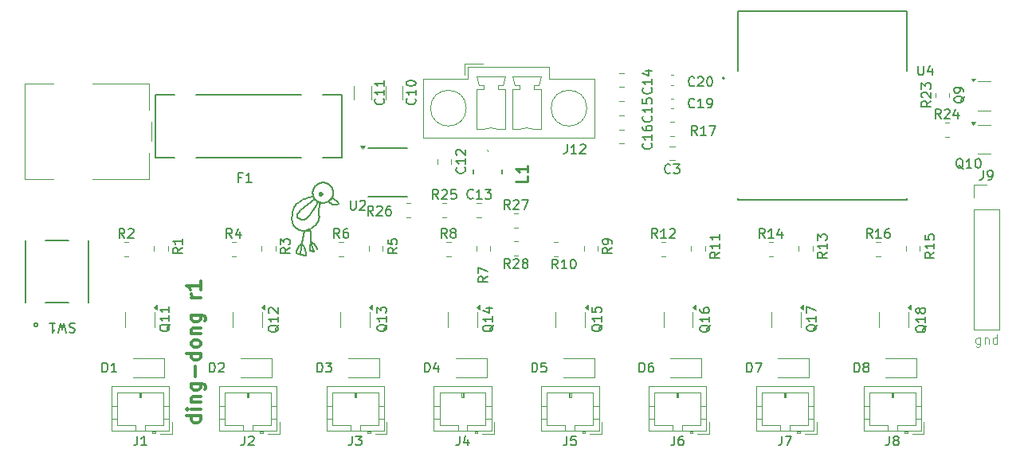
<source format=gbr>
%TF.GenerationSoftware,KiCad,Pcbnew,9.0.0*%
%TF.CreationDate,2025-06-20T07:10:20-05:00*%
%TF.ProjectId,driver-board,64726976-6572-42d6-926f-6172642e6b69,rev?*%
%TF.SameCoordinates,Original*%
%TF.FileFunction,Legend,Top*%
%TF.FilePolarity,Positive*%
%FSLAX46Y46*%
G04 Gerber Fmt 4.6, Leading zero omitted, Abs format (unit mm)*
G04 Created by KiCad (PCBNEW 9.0.0) date 2025-06-20 07:10:20*
%MOMM*%
%LPD*%
G01*
G04 APERTURE LIST*
%ADD10C,0.100000*%
%ADD11C,0.300000*%
%ADD12C,0.150000*%
%ADD13C,0.254000*%
%ADD14C,0.120000*%
%ADD15C,0.200000*%
%ADD16C,0.127000*%
%ADD17C,0.152400*%
%ADD18C,0.207208*%
%ADD19C,0.231783*%
%ADD20C,0.207207*%
G04 APERTURE END LIST*
D10*
X165132455Y-110705752D02*
X165132455Y-111515276D01*
X165132455Y-111515276D02*
X165084836Y-111610514D01*
X165084836Y-111610514D02*
X165037217Y-111658133D01*
X165037217Y-111658133D02*
X164941979Y-111705752D01*
X164941979Y-111705752D02*
X164799122Y-111705752D01*
X164799122Y-111705752D02*
X164703884Y-111658133D01*
X165132455Y-111324800D02*
X165037217Y-111372419D01*
X165037217Y-111372419D02*
X164846741Y-111372419D01*
X164846741Y-111372419D02*
X164751503Y-111324800D01*
X164751503Y-111324800D02*
X164703884Y-111277180D01*
X164703884Y-111277180D02*
X164656265Y-111181942D01*
X164656265Y-111181942D02*
X164656265Y-110896228D01*
X164656265Y-110896228D02*
X164703884Y-110800990D01*
X164703884Y-110800990D02*
X164751503Y-110753371D01*
X164751503Y-110753371D02*
X164846741Y-110705752D01*
X164846741Y-110705752D02*
X165037217Y-110705752D01*
X165037217Y-110705752D02*
X165132455Y-110753371D01*
X165608646Y-110705752D02*
X165608646Y-111372419D01*
X165608646Y-110800990D02*
X165656265Y-110753371D01*
X165656265Y-110753371D02*
X165751503Y-110705752D01*
X165751503Y-110705752D02*
X165894360Y-110705752D01*
X165894360Y-110705752D02*
X165989598Y-110753371D01*
X165989598Y-110753371D02*
X166037217Y-110848609D01*
X166037217Y-110848609D02*
X166037217Y-111372419D01*
X166941979Y-111372419D02*
X166941979Y-110372419D01*
X166941979Y-111324800D02*
X166846741Y-111372419D01*
X166846741Y-111372419D02*
X166656265Y-111372419D01*
X166656265Y-111372419D02*
X166561027Y-111324800D01*
X166561027Y-111324800D02*
X166513408Y-111277180D01*
X166513408Y-111277180D02*
X166465789Y-111181942D01*
X166465789Y-111181942D02*
X166465789Y-110896228D01*
X166465789Y-110896228D02*
X166513408Y-110800990D01*
X166513408Y-110800990D02*
X166561027Y-110753371D01*
X166561027Y-110753371D02*
X166656265Y-110705752D01*
X166656265Y-110705752D02*
X166846741Y-110705752D01*
X166846741Y-110705752D02*
X166941979Y-110753371D01*
D11*
X82300828Y-119002632D02*
X80800828Y-119002632D01*
X82229400Y-119002632D02*
X82300828Y-119145489D01*
X82300828Y-119145489D02*
X82300828Y-119431203D01*
X82300828Y-119431203D02*
X82229400Y-119574060D01*
X82229400Y-119574060D02*
X82157971Y-119645489D01*
X82157971Y-119645489D02*
X82015114Y-119716917D01*
X82015114Y-119716917D02*
X81586542Y-119716917D01*
X81586542Y-119716917D02*
X81443685Y-119645489D01*
X81443685Y-119645489D02*
X81372257Y-119574060D01*
X81372257Y-119574060D02*
X81300828Y-119431203D01*
X81300828Y-119431203D02*
X81300828Y-119145489D01*
X81300828Y-119145489D02*
X81372257Y-119002632D01*
X82300828Y-118288346D02*
X81300828Y-118288346D01*
X80800828Y-118288346D02*
X80872257Y-118359774D01*
X80872257Y-118359774D02*
X80943685Y-118288346D01*
X80943685Y-118288346D02*
X80872257Y-118216917D01*
X80872257Y-118216917D02*
X80800828Y-118288346D01*
X80800828Y-118288346D02*
X80943685Y-118288346D01*
X81300828Y-117574060D02*
X82300828Y-117574060D01*
X81443685Y-117574060D02*
X81372257Y-117502631D01*
X81372257Y-117502631D02*
X81300828Y-117359774D01*
X81300828Y-117359774D02*
X81300828Y-117145488D01*
X81300828Y-117145488D02*
X81372257Y-117002631D01*
X81372257Y-117002631D02*
X81515114Y-116931203D01*
X81515114Y-116931203D02*
X82300828Y-116931203D01*
X81300828Y-115574060D02*
X82515114Y-115574060D01*
X82515114Y-115574060D02*
X82657971Y-115645488D01*
X82657971Y-115645488D02*
X82729400Y-115716917D01*
X82729400Y-115716917D02*
X82800828Y-115859774D01*
X82800828Y-115859774D02*
X82800828Y-116074060D01*
X82800828Y-116074060D02*
X82729400Y-116216917D01*
X82229400Y-115574060D02*
X82300828Y-115716917D01*
X82300828Y-115716917D02*
X82300828Y-116002631D01*
X82300828Y-116002631D02*
X82229400Y-116145488D01*
X82229400Y-116145488D02*
X82157971Y-116216917D01*
X82157971Y-116216917D02*
X82015114Y-116288345D01*
X82015114Y-116288345D02*
X81586542Y-116288345D01*
X81586542Y-116288345D02*
X81443685Y-116216917D01*
X81443685Y-116216917D02*
X81372257Y-116145488D01*
X81372257Y-116145488D02*
X81300828Y-116002631D01*
X81300828Y-116002631D02*
X81300828Y-115716917D01*
X81300828Y-115716917D02*
X81372257Y-115574060D01*
X81729400Y-114859774D02*
X81729400Y-113716917D01*
X82300828Y-112359774D02*
X80800828Y-112359774D01*
X82229400Y-112359774D02*
X82300828Y-112502631D01*
X82300828Y-112502631D02*
X82300828Y-112788345D01*
X82300828Y-112788345D02*
X82229400Y-112931202D01*
X82229400Y-112931202D02*
X82157971Y-113002631D01*
X82157971Y-113002631D02*
X82015114Y-113074059D01*
X82015114Y-113074059D02*
X81586542Y-113074059D01*
X81586542Y-113074059D02*
X81443685Y-113002631D01*
X81443685Y-113002631D02*
X81372257Y-112931202D01*
X81372257Y-112931202D02*
X81300828Y-112788345D01*
X81300828Y-112788345D02*
X81300828Y-112502631D01*
X81300828Y-112502631D02*
X81372257Y-112359774D01*
X82300828Y-111431202D02*
X82229400Y-111574059D01*
X82229400Y-111574059D02*
X82157971Y-111645488D01*
X82157971Y-111645488D02*
X82015114Y-111716916D01*
X82015114Y-111716916D02*
X81586542Y-111716916D01*
X81586542Y-111716916D02*
X81443685Y-111645488D01*
X81443685Y-111645488D02*
X81372257Y-111574059D01*
X81372257Y-111574059D02*
X81300828Y-111431202D01*
X81300828Y-111431202D02*
X81300828Y-111216916D01*
X81300828Y-111216916D02*
X81372257Y-111074059D01*
X81372257Y-111074059D02*
X81443685Y-111002631D01*
X81443685Y-111002631D02*
X81586542Y-110931202D01*
X81586542Y-110931202D02*
X82015114Y-110931202D01*
X82015114Y-110931202D02*
X82157971Y-111002631D01*
X82157971Y-111002631D02*
X82229400Y-111074059D01*
X82229400Y-111074059D02*
X82300828Y-111216916D01*
X82300828Y-111216916D02*
X82300828Y-111431202D01*
X81300828Y-110288345D02*
X82300828Y-110288345D01*
X81443685Y-110288345D02*
X81372257Y-110216916D01*
X81372257Y-110216916D02*
X81300828Y-110074059D01*
X81300828Y-110074059D02*
X81300828Y-109859773D01*
X81300828Y-109859773D02*
X81372257Y-109716916D01*
X81372257Y-109716916D02*
X81515114Y-109645488D01*
X81515114Y-109645488D02*
X82300828Y-109645488D01*
X81300828Y-108288345D02*
X82515114Y-108288345D01*
X82515114Y-108288345D02*
X82657971Y-108359773D01*
X82657971Y-108359773D02*
X82729400Y-108431202D01*
X82729400Y-108431202D02*
X82800828Y-108574059D01*
X82800828Y-108574059D02*
X82800828Y-108788345D01*
X82800828Y-108788345D02*
X82729400Y-108931202D01*
X82229400Y-108288345D02*
X82300828Y-108431202D01*
X82300828Y-108431202D02*
X82300828Y-108716916D01*
X82300828Y-108716916D02*
X82229400Y-108859773D01*
X82229400Y-108859773D02*
X82157971Y-108931202D01*
X82157971Y-108931202D02*
X82015114Y-109002630D01*
X82015114Y-109002630D02*
X81586542Y-109002630D01*
X81586542Y-109002630D02*
X81443685Y-108931202D01*
X81443685Y-108931202D02*
X81372257Y-108859773D01*
X81372257Y-108859773D02*
X81300828Y-108716916D01*
X81300828Y-108716916D02*
X81300828Y-108431202D01*
X81300828Y-108431202D02*
X81372257Y-108288345D01*
X82300828Y-106431202D02*
X81300828Y-106431202D01*
X81586542Y-106431202D02*
X81443685Y-106359773D01*
X81443685Y-106359773D02*
X81372257Y-106288345D01*
X81372257Y-106288345D02*
X81300828Y-106145487D01*
X81300828Y-106145487D02*
X81300828Y-106002630D01*
X82300828Y-104716916D02*
X82300828Y-105574059D01*
X82300828Y-105145488D02*
X80800828Y-105145488D01*
X80800828Y-105145488D02*
X81015114Y-105288345D01*
X81015114Y-105288345D02*
X81157971Y-105431202D01*
X81157971Y-105431202D02*
X81229400Y-105574059D01*
D12*
X80354819Y-101139602D02*
X79878628Y-101472935D01*
X80354819Y-101711030D02*
X79354819Y-101711030D01*
X79354819Y-101711030D02*
X79354819Y-101330078D01*
X79354819Y-101330078D02*
X79402438Y-101234840D01*
X79402438Y-101234840D02*
X79450057Y-101187221D01*
X79450057Y-101187221D02*
X79545295Y-101139602D01*
X79545295Y-101139602D02*
X79688152Y-101139602D01*
X79688152Y-101139602D02*
X79783390Y-101187221D01*
X79783390Y-101187221D02*
X79831009Y-101234840D01*
X79831009Y-101234840D02*
X79878628Y-101330078D01*
X79878628Y-101330078D02*
X79878628Y-101711030D01*
X80354819Y-100187221D02*
X80354819Y-100758649D01*
X80354819Y-100472935D02*
X79354819Y-100472935D01*
X79354819Y-100472935D02*
X79497676Y-100568173D01*
X79497676Y-100568173D02*
X79592914Y-100663411D01*
X79592914Y-100663411D02*
X79640533Y-100758649D01*
X132638095Y-121154819D02*
X132638095Y-121869104D01*
X132638095Y-121869104D02*
X132590476Y-122011961D01*
X132590476Y-122011961D02*
X132495238Y-122107200D01*
X132495238Y-122107200D02*
X132352381Y-122154819D01*
X132352381Y-122154819D02*
X132257143Y-122154819D01*
X133542857Y-121154819D02*
X133352381Y-121154819D01*
X133352381Y-121154819D02*
X133257143Y-121202438D01*
X133257143Y-121202438D02*
X133209524Y-121250057D01*
X133209524Y-121250057D02*
X133114286Y-121392914D01*
X133114286Y-121392914D02*
X133066667Y-121583390D01*
X133066667Y-121583390D02*
X133066667Y-121964342D01*
X133066667Y-121964342D02*
X133114286Y-122059580D01*
X133114286Y-122059580D02*
X133161905Y-122107200D01*
X133161905Y-122107200D02*
X133257143Y-122154819D01*
X133257143Y-122154819D02*
X133447619Y-122154819D01*
X133447619Y-122154819D02*
X133542857Y-122107200D01*
X133542857Y-122107200D02*
X133590476Y-122059580D01*
X133590476Y-122059580D02*
X133638095Y-121964342D01*
X133638095Y-121964342D02*
X133638095Y-121726247D01*
X133638095Y-121726247D02*
X133590476Y-121631009D01*
X133590476Y-121631009D02*
X133542857Y-121583390D01*
X133542857Y-121583390D02*
X133447619Y-121535771D01*
X133447619Y-121535771D02*
X133257143Y-121535771D01*
X133257143Y-121535771D02*
X133161905Y-121583390D01*
X133161905Y-121583390D02*
X133114286Y-121631009D01*
X133114286Y-121631009D02*
X133066667Y-121726247D01*
D13*
X117064318Y-93461666D02*
X117064318Y-94066428D01*
X117064318Y-94066428D02*
X115794318Y-94066428D01*
X117064318Y-92373094D02*
X117064318Y-93098809D01*
X117064318Y-92735952D02*
X115794318Y-92735952D01*
X115794318Y-92735952D02*
X115975746Y-92856904D01*
X115975746Y-92856904D02*
X116096699Y-92977856D01*
X116096699Y-92977856D02*
X116157175Y-93098809D01*
D12*
X153657142Y-100104819D02*
X153323809Y-99628628D01*
X153085714Y-100104819D02*
X153085714Y-99104819D01*
X153085714Y-99104819D02*
X153466666Y-99104819D01*
X153466666Y-99104819D02*
X153561904Y-99152438D01*
X153561904Y-99152438D02*
X153609523Y-99200057D01*
X153609523Y-99200057D02*
X153657142Y-99295295D01*
X153657142Y-99295295D02*
X153657142Y-99438152D01*
X153657142Y-99438152D02*
X153609523Y-99533390D01*
X153609523Y-99533390D02*
X153561904Y-99581009D01*
X153561904Y-99581009D02*
X153466666Y-99628628D01*
X153466666Y-99628628D02*
X153085714Y-99628628D01*
X154609523Y-100104819D02*
X154038095Y-100104819D01*
X154323809Y-100104819D02*
X154323809Y-99104819D01*
X154323809Y-99104819D02*
X154228571Y-99247676D01*
X154228571Y-99247676D02*
X154133333Y-99342914D01*
X154133333Y-99342914D02*
X154038095Y-99390533D01*
X155466666Y-99104819D02*
X155276190Y-99104819D01*
X155276190Y-99104819D02*
X155180952Y-99152438D01*
X155180952Y-99152438D02*
X155133333Y-99200057D01*
X155133333Y-99200057D02*
X155038095Y-99342914D01*
X155038095Y-99342914D02*
X154990476Y-99533390D01*
X154990476Y-99533390D02*
X154990476Y-99914342D01*
X154990476Y-99914342D02*
X155038095Y-100009580D01*
X155038095Y-100009580D02*
X155085714Y-100057200D01*
X155085714Y-100057200D02*
X155180952Y-100104819D01*
X155180952Y-100104819D02*
X155371428Y-100104819D01*
X155371428Y-100104819D02*
X155466666Y-100057200D01*
X155466666Y-100057200D02*
X155514285Y-100009580D01*
X155514285Y-100009580D02*
X155561904Y-99914342D01*
X155561904Y-99914342D02*
X155561904Y-99676247D01*
X155561904Y-99676247D02*
X155514285Y-99581009D01*
X155514285Y-99581009D02*
X155466666Y-99533390D01*
X155466666Y-99533390D02*
X155371428Y-99485771D01*
X155371428Y-99485771D02*
X155180952Y-99485771D01*
X155180952Y-99485771D02*
X155085714Y-99533390D01*
X155085714Y-99533390D02*
X155038095Y-99581009D01*
X155038095Y-99581009D02*
X154990476Y-99676247D01*
X107559642Y-95954819D02*
X107226309Y-95478628D01*
X106988214Y-95954819D02*
X106988214Y-94954819D01*
X106988214Y-94954819D02*
X107369166Y-94954819D01*
X107369166Y-94954819D02*
X107464404Y-95002438D01*
X107464404Y-95002438D02*
X107512023Y-95050057D01*
X107512023Y-95050057D02*
X107559642Y-95145295D01*
X107559642Y-95145295D02*
X107559642Y-95288152D01*
X107559642Y-95288152D02*
X107512023Y-95383390D01*
X107512023Y-95383390D02*
X107464404Y-95431009D01*
X107464404Y-95431009D02*
X107369166Y-95478628D01*
X107369166Y-95478628D02*
X106988214Y-95478628D01*
X107940595Y-95050057D02*
X107988214Y-95002438D01*
X107988214Y-95002438D02*
X108083452Y-94954819D01*
X108083452Y-94954819D02*
X108321547Y-94954819D01*
X108321547Y-94954819D02*
X108416785Y-95002438D01*
X108416785Y-95002438D02*
X108464404Y-95050057D01*
X108464404Y-95050057D02*
X108512023Y-95145295D01*
X108512023Y-95145295D02*
X108512023Y-95240533D01*
X108512023Y-95240533D02*
X108464404Y-95383390D01*
X108464404Y-95383390D02*
X107892976Y-95954819D01*
X107892976Y-95954819D02*
X108512023Y-95954819D01*
X109416785Y-94954819D02*
X108940595Y-94954819D01*
X108940595Y-94954819D02*
X108892976Y-95431009D01*
X108892976Y-95431009D02*
X108940595Y-95383390D01*
X108940595Y-95383390D02*
X109035833Y-95335771D01*
X109035833Y-95335771D02*
X109273928Y-95335771D01*
X109273928Y-95335771D02*
X109369166Y-95383390D01*
X109369166Y-95383390D02*
X109416785Y-95431009D01*
X109416785Y-95431009D02*
X109464404Y-95526247D01*
X109464404Y-95526247D02*
X109464404Y-95764342D01*
X109464404Y-95764342D02*
X109416785Y-95859580D01*
X109416785Y-95859580D02*
X109369166Y-95907200D01*
X109369166Y-95907200D02*
X109273928Y-95954819D01*
X109273928Y-95954819D02*
X109035833Y-95954819D01*
X109035833Y-95954819D02*
X108940595Y-95907200D01*
X108940595Y-95907200D02*
X108892976Y-95859580D01*
X97061904Y-100104819D02*
X96728571Y-99628628D01*
X96490476Y-100104819D02*
X96490476Y-99104819D01*
X96490476Y-99104819D02*
X96871428Y-99104819D01*
X96871428Y-99104819D02*
X96966666Y-99152438D01*
X96966666Y-99152438D02*
X97014285Y-99200057D01*
X97014285Y-99200057D02*
X97061904Y-99295295D01*
X97061904Y-99295295D02*
X97061904Y-99438152D01*
X97061904Y-99438152D02*
X97014285Y-99533390D01*
X97014285Y-99533390D02*
X96966666Y-99581009D01*
X96966666Y-99581009D02*
X96871428Y-99628628D01*
X96871428Y-99628628D02*
X96490476Y-99628628D01*
X97919047Y-99104819D02*
X97728571Y-99104819D01*
X97728571Y-99104819D02*
X97633333Y-99152438D01*
X97633333Y-99152438D02*
X97585714Y-99200057D01*
X97585714Y-99200057D02*
X97490476Y-99342914D01*
X97490476Y-99342914D02*
X97442857Y-99533390D01*
X97442857Y-99533390D02*
X97442857Y-99914342D01*
X97442857Y-99914342D02*
X97490476Y-100009580D01*
X97490476Y-100009580D02*
X97538095Y-100057200D01*
X97538095Y-100057200D02*
X97633333Y-100104819D01*
X97633333Y-100104819D02*
X97823809Y-100104819D01*
X97823809Y-100104819D02*
X97919047Y-100057200D01*
X97919047Y-100057200D02*
X97966666Y-100009580D01*
X97966666Y-100009580D02*
X98014285Y-99914342D01*
X98014285Y-99914342D02*
X98014285Y-99676247D01*
X98014285Y-99676247D02*
X97966666Y-99581009D01*
X97966666Y-99581009D02*
X97919047Y-99533390D01*
X97919047Y-99533390D02*
X97823809Y-99485771D01*
X97823809Y-99485771D02*
X97633333Y-99485771D01*
X97633333Y-99485771D02*
X97538095Y-99533390D01*
X97538095Y-99533390D02*
X97490476Y-99581009D01*
X97490476Y-99581009D02*
X97442857Y-99676247D01*
X140347619Y-114354819D02*
X140347619Y-113354819D01*
X140347619Y-113354819D02*
X140585714Y-113354819D01*
X140585714Y-113354819D02*
X140728571Y-113402438D01*
X140728571Y-113402438D02*
X140823809Y-113497676D01*
X140823809Y-113497676D02*
X140871428Y-113592914D01*
X140871428Y-113592914D02*
X140919047Y-113783390D01*
X140919047Y-113783390D02*
X140919047Y-113926247D01*
X140919047Y-113926247D02*
X140871428Y-114116723D01*
X140871428Y-114116723D02*
X140823809Y-114211961D01*
X140823809Y-114211961D02*
X140728571Y-114307200D01*
X140728571Y-114307200D02*
X140585714Y-114354819D01*
X140585714Y-114354819D02*
X140347619Y-114354819D01*
X141252381Y-113354819D02*
X141919047Y-113354819D01*
X141919047Y-113354819D02*
X141490476Y-114354819D01*
X105059580Y-85267857D02*
X105107200Y-85315476D01*
X105107200Y-85315476D02*
X105154819Y-85458333D01*
X105154819Y-85458333D02*
X105154819Y-85553571D01*
X105154819Y-85553571D02*
X105107200Y-85696428D01*
X105107200Y-85696428D02*
X105011961Y-85791666D01*
X105011961Y-85791666D02*
X104916723Y-85839285D01*
X104916723Y-85839285D02*
X104726247Y-85886904D01*
X104726247Y-85886904D02*
X104583390Y-85886904D01*
X104583390Y-85886904D02*
X104392914Y-85839285D01*
X104392914Y-85839285D02*
X104297676Y-85791666D01*
X104297676Y-85791666D02*
X104202438Y-85696428D01*
X104202438Y-85696428D02*
X104154819Y-85553571D01*
X104154819Y-85553571D02*
X104154819Y-85458333D01*
X104154819Y-85458333D02*
X104202438Y-85315476D01*
X104202438Y-85315476D02*
X104250057Y-85267857D01*
X105154819Y-84315476D02*
X105154819Y-84886904D01*
X105154819Y-84601190D02*
X104154819Y-84601190D01*
X104154819Y-84601190D02*
X104297676Y-84696428D01*
X104297676Y-84696428D02*
X104392914Y-84791666D01*
X104392914Y-84791666D02*
X104440533Y-84886904D01*
X104154819Y-83696428D02*
X104154819Y-83601190D01*
X104154819Y-83601190D02*
X104202438Y-83505952D01*
X104202438Y-83505952D02*
X104250057Y-83458333D01*
X104250057Y-83458333D02*
X104345295Y-83410714D01*
X104345295Y-83410714D02*
X104535771Y-83363095D01*
X104535771Y-83363095D02*
X104773866Y-83363095D01*
X104773866Y-83363095D02*
X104964342Y-83410714D01*
X104964342Y-83410714D02*
X105059580Y-83458333D01*
X105059580Y-83458333D02*
X105107200Y-83505952D01*
X105107200Y-83505952D02*
X105154819Y-83601190D01*
X105154819Y-83601190D02*
X105154819Y-83696428D01*
X105154819Y-83696428D02*
X105107200Y-83791666D01*
X105107200Y-83791666D02*
X105059580Y-83839285D01*
X105059580Y-83839285D02*
X104964342Y-83886904D01*
X104964342Y-83886904D02*
X104773866Y-83934523D01*
X104773866Y-83934523D02*
X104535771Y-83934523D01*
X104535771Y-83934523D02*
X104345295Y-83886904D01*
X104345295Y-83886904D02*
X104250057Y-83839285D01*
X104250057Y-83839285D02*
X104202438Y-83791666D01*
X104202438Y-83791666D02*
X104154819Y-83696428D01*
X163450057Y-84995238D02*
X163402438Y-85090476D01*
X163402438Y-85090476D02*
X163307200Y-85185714D01*
X163307200Y-85185714D02*
X163164342Y-85328571D01*
X163164342Y-85328571D02*
X163116723Y-85423809D01*
X163116723Y-85423809D02*
X163116723Y-85519047D01*
X163354819Y-85471428D02*
X163307200Y-85566666D01*
X163307200Y-85566666D02*
X163211961Y-85661904D01*
X163211961Y-85661904D02*
X163021485Y-85709523D01*
X163021485Y-85709523D02*
X162688152Y-85709523D01*
X162688152Y-85709523D02*
X162497676Y-85661904D01*
X162497676Y-85661904D02*
X162402438Y-85566666D01*
X162402438Y-85566666D02*
X162354819Y-85471428D01*
X162354819Y-85471428D02*
X162354819Y-85280952D01*
X162354819Y-85280952D02*
X162402438Y-85185714D01*
X162402438Y-85185714D02*
X162497676Y-85090476D01*
X162497676Y-85090476D02*
X162688152Y-85042857D01*
X162688152Y-85042857D02*
X163021485Y-85042857D01*
X163021485Y-85042857D02*
X163211961Y-85090476D01*
X163211961Y-85090476D02*
X163307200Y-85185714D01*
X163307200Y-85185714D02*
X163354819Y-85280952D01*
X163354819Y-85280952D02*
X163354819Y-85471428D01*
X163354819Y-84566666D02*
X163354819Y-84376190D01*
X163354819Y-84376190D02*
X163307200Y-84280952D01*
X163307200Y-84280952D02*
X163259580Y-84233333D01*
X163259580Y-84233333D02*
X163116723Y-84138095D01*
X163116723Y-84138095D02*
X162926247Y-84090476D01*
X162926247Y-84090476D02*
X162545295Y-84090476D01*
X162545295Y-84090476D02*
X162450057Y-84138095D01*
X162450057Y-84138095D02*
X162402438Y-84185714D01*
X162402438Y-84185714D02*
X162354819Y-84280952D01*
X162354819Y-84280952D02*
X162354819Y-84471428D01*
X162354819Y-84471428D02*
X162402438Y-84566666D01*
X162402438Y-84566666D02*
X162450057Y-84614285D01*
X162450057Y-84614285D02*
X162545295Y-84661904D01*
X162545295Y-84661904D02*
X162783390Y-84661904D01*
X162783390Y-84661904D02*
X162878628Y-84614285D01*
X162878628Y-84614285D02*
X162926247Y-84566666D01*
X162926247Y-84566666D02*
X162973866Y-84471428D01*
X162973866Y-84471428D02*
X162973866Y-84280952D01*
X162973866Y-84280952D02*
X162926247Y-84185714D01*
X162926247Y-84185714D02*
X162878628Y-84138095D01*
X162878628Y-84138095D02*
X162783390Y-84090476D01*
X163328571Y-92750057D02*
X163233333Y-92702438D01*
X163233333Y-92702438D02*
X163138095Y-92607200D01*
X163138095Y-92607200D02*
X162995238Y-92464342D01*
X162995238Y-92464342D02*
X162900000Y-92416723D01*
X162900000Y-92416723D02*
X162804762Y-92416723D01*
X162852381Y-92654819D02*
X162757143Y-92607200D01*
X162757143Y-92607200D02*
X162661905Y-92511961D01*
X162661905Y-92511961D02*
X162614286Y-92321485D01*
X162614286Y-92321485D02*
X162614286Y-91988152D01*
X162614286Y-91988152D02*
X162661905Y-91797676D01*
X162661905Y-91797676D02*
X162757143Y-91702438D01*
X162757143Y-91702438D02*
X162852381Y-91654819D01*
X162852381Y-91654819D02*
X163042857Y-91654819D01*
X163042857Y-91654819D02*
X163138095Y-91702438D01*
X163138095Y-91702438D02*
X163233333Y-91797676D01*
X163233333Y-91797676D02*
X163280952Y-91988152D01*
X163280952Y-91988152D02*
X163280952Y-92321485D01*
X163280952Y-92321485D02*
X163233333Y-92511961D01*
X163233333Y-92511961D02*
X163138095Y-92607200D01*
X163138095Y-92607200D02*
X163042857Y-92654819D01*
X163042857Y-92654819D02*
X162852381Y-92654819D01*
X164233333Y-92654819D02*
X163661905Y-92654819D01*
X163947619Y-92654819D02*
X163947619Y-91654819D01*
X163947619Y-91654819D02*
X163852381Y-91797676D01*
X163852381Y-91797676D02*
X163757143Y-91892914D01*
X163757143Y-91892914D02*
X163661905Y-91940533D01*
X164852381Y-91654819D02*
X164947619Y-91654819D01*
X164947619Y-91654819D02*
X165042857Y-91702438D01*
X165042857Y-91702438D02*
X165090476Y-91750057D01*
X165090476Y-91750057D02*
X165138095Y-91845295D01*
X165138095Y-91845295D02*
X165185714Y-92035771D01*
X165185714Y-92035771D02*
X165185714Y-92273866D01*
X165185714Y-92273866D02*
X165138095Y-92464342D01*
X165138095Y-92464342D02*
X165090476Y-92559580D01*
X165090476Y-92559580D02*
X165042857Y-92607200D01*
X165042857Y-92607200D02*
X164947619Y-92654819D01*
X164947619Y-92654819D02*
X164852381Y-92654819D01*
X164852381Y-92654819D02*
X164757143Y-92607200D01*
X164757143Y-92607200D02*
X164709524Y-92559580D01*
X164709524Y-92559580D02*
X164661905Y-92464342D01*
X164661905Y-92464342D02*
X164614286Y-92273866D01*
X164614286Y-92273866D02*
X164614286Y-92035771D01*
X164614286Y-92035771D02*
X164661905Y-91845295D01*
X164661905Y-91845295D02*
X164709524Y-91750057D01*
X164709524Y-91750057D02*
X164757143Y-91702438D01*
X164757143Y-91702438D02*
X164852381Y-91654819D01*
X137426248Y-101615793D02*
X136950057Y-101949126D01*
X137426248Y-102187221D02*
X136426248Y-102187221D01*
X136426248Y-102187221D02*
X136426248Y-101806269D01*
X136426248Y-101806269D02*
X136473867Y-101711031D01*
X136473867Y-101711031D02*
X136521486Y-101663412D01*
X136521486Y-101663412D02*
X136616724Y-101615793D01*
X136616724Y-101615793D02*
X136759581Y-101615793D01*
X136759581Y-101615793D02*
X136854819Y-101663412D01*
X136854819Y-101663412D02*
X136902438Y-101711031D01*
X136902438Y-101711031D02*
X136950057Y-101806269D01*
X136950057Y-101806269D02*
X136950057Y-102187221D01*
X137426248Y-100663412D02*
X137426248Y-101234840D01*
X137426248Y-100949126D02*
X136426248Y-100949126D01*
X136426248Y-100949126D02*
X136569105Y-101044364D01*
X136569105Y-101044364D02*
X136664343Y-101139602D01*
X136664343Y-101139602D02*
X136711962Y-101234840D01*
X137426248Y-99711031D02*
X137426248Y-100282459D01*
X137426248Y-99996745D02*
X136426248Y-99996745D01*
X136426248Y-99996745D02*
X136569105Y-100091983D01*
X136569105Y-100091983D02*
X136664343Y-100187221D01*
X136664343Y-100187221D02*
X136711962Y-100282459D01*
X132233333Y-93139580D02*
X132185714Y-93187200D01*
X132185714Y-93187200D02*
X132042857Y-93234819D01*
X132042857Y-93234819D02*
X131947619Y-93234819D01*
X131947619Y-93234819D02*
X131804762Y-93187200D01*
X131804762Y-93187200D02*
X131709524Y-93091961D01*
X131709524Y-93091961D02*
X131661905Y-92996723D01*
X131661905Y-92996723D02*
X131614286Y-92806247D01*
X131614286Y-92806247D02*
X131614286Y-92663390D01*
X131614286Y-92663390D02*
X131661905Y-92472914D01*
X131661905Y-92472914D02*
X131709524Y-92377676D01*
X131709524Y-92377676D02*
X131804762Y-92282438D01*
X131804762Y-92282438D02*
X131947619Y-92234819D01*
X131947619Y-92234819D02*
X132042857Y-92234819D01*
X132042857Y-92234819D02*
X132185714Y-92282438D01*
X132185714Y-92282438D02*
X132233333Y-92330057D01*
X132566667Y-92234819D02*
X133185714Y-92234819D01*
X133185714Y-92234819D02*
X132852381Y-92615771D01*
X132852381Y-92615771D02*
X132995238Y-92615771D01*
X132995238Y-92615771D02*
X133090476Y-92663390D01*
X133090476Y-92663390D02*
X133138095Y-92711009D01*
X133138095Y-92711009D02*
X133185714Y-92806247D01*
X133185714Y-92806247D02*
X133185714Y-93044342D01*
X133185714Y-93044342D02*
X133138095Y-93139580D01*
X133138095Y-93139580D02*
X133090476Y-93187200D01*
X133090476Y-93187200D02*
X132995238Y-93234819D01*
X132995238Y-93234819D02*
X132709524Y-93234819D01*
X132709524Y-93234819D02*
X132614286Y-93187200D01*
X132614286Y-93187200D02*
X132566667Y-93139580D01*
X113410057Y-109331428D02*
X113362438Y-109426666D01*
X113362438Y-109426666D02*
X113267200Y-109521904D01*
X113267200Y-109521904D02*
X113124342Y-109664761D01*
X113124342Y-109664761D02*
X113076723Y-109759999D01*
X113076723Y-109759999D02*
X113076723Y-109855237D01*
X113314819Y-109807618D02*
X113267200Y-109902856D01*
X113267200Y-109902856D02*
X113171961Y-109998094D01*
X113171961Y-109998094D02*
X112981485Y-110045713D01*
X112981485Y-110045713D02*
X112648152Y-110045713D01*
X112648152Y-110045713D02*
X112457676Y-109998094D01*
X112457676Y-109998094D02*
X112362438Y-109902856D01*
X112362438Y-109902856D02*
X112314819Y-109807618D01*
X112314819Y-109807618D02*
X112314819Y-109617142D01*
X112314819Y-109617142D02*
X112362438Y-109521904D01*
X112362438Y-109521904D02*
X112457676Y-109426666D01*
X112457676Y-109426666D02*
X112648152Y-109379047D01*
X112648152Y-109379047D02*
X112981485Y-109379047D01*
X112981485Y-109379047D02*
X113171961Y-109426666D01*
X113171961Y-109426666D02*
X113267200Y-109521904D01*
X113267200Y-109521904D02*
X113314819Y-109617142D01*
X113314819Y-109617142D02*
X113314819Y-109807618D01*
X113314819Y-108426666D02*
X113314819Y-108998094D01*
X113314819Y-108712380D02*
X112314819Y-108712380D01*
X112314819Y-108712380D02*
X112457676Y-108807618D01*
X112457676Y-108807618D02*
X112552914Y-108902856D01*
X112552914Y-108902856D02*
X112600533Y-108998094D01*
X112648152Y-107569523D02*
X113314819Y-107569523D01*
X112267200Y-107807618D02*
X112981485Y-108045713D01*
X112981485Y-108045713D02*
X112981485Y-107426666D01*
X102140057Y-109301428D02*
X102092438Y-109396666D01*
X102092438Y-109396666D02*
X101997200Y-109491904D01*
X101997200Y-109491904D02*
X101854342Y-109634761D01*
X101854342Y-109634761D02*
X101806723Y-109729999D01*
X101806723Y-109729999D02*
X101806723Y-109825237D01*
X102044819Y-109777618D02*
X101997200Y-109872856D01*
X101997200Y-109872856D02*
X101901961Y-109968094D01*
X101901961Y-109968094D02*
X101711485Y-110015713D01*
X101711485Y-110015713D02*
X101378152Y-110015713D01*
X101378152Y-110015713D02*
X101187676Y-109968094D01*
X101187676Y-109968094D02*
X101092438Y-109872856D01*
X101092438Y-109872856D02*
X101044819Y-109777618D01*
X101044819Y-109777618D02*
X101044819Y-109587142D01*
X101044819Y-109587142D02*
X101092438Y-109491904D01*
X101092438Y-109491904D02*
X101187676Y-109396666D01*
X101187676Y-109396666D02*
X101378152Y-109349047D01*
X101378152Y-109349047D02*
X101711485Y-109349047D01*
X101711485Y-109349047D02*
X101901961Y-109396666D01*
X101901961Y-109396666D02*
X101997200Y-109491904D01*
X101997200Y-109491904D02*
X102044819Y-109587142D01*
X102044819Y-109587142D02*
X102044819Y-109777618D01*
X102044819Y-108396666D02*
X102044819Y-108968094D01*
X102044819Y-108682380D02*
X101044819Y-108682380D01*
X101044819Y-108682380D02*
X101187676Y-108777618D01*
X101187676Y-108777618D02*
X101282914Y-108872856D01*
X101282914Y-108872856D02*
X101330533Y-108968094D01*
X101044819Y-108063332D02*
X101044819Y-107444285D01*
X101044819Y-107444285D02*
X101425771Y-107777618D01*
X101425771Y-107777618D02*
X101425771Y-107634761D01*
X101425771Y-107634761D02*
X101473390Y-107539523D01*
X101473390Y-107539523D02*
X101521009Y-107491904D01*
X101521009Y-107491904D02*
X101616247Y-107444285D01*
X101616247Y-107444285D02*
X101854342Y-107444285D01*
X101854342Y-107444285D02*
X101949580Y-107491904D01*
X101949580Y-107491904D02*
X101997200Y-107539523D01*
X101997200Y-107539523D02*
X102044819Y-107634761D01*
X102044819Y-107634761D02*
X102044819Y-107920475D01*
X102044819Y-107920475D02*
X101997200Y-108015713D01*
X101997200Y-108015713D02*
X101949580Y-108063332D01*
X126011962Y-101139602D02*
X125535771Y-101472935D01*
X126011962Y-101711030D02*
X125011962Y-101711030D01*
X125011962Y-101711030D02*
X125011962Y-101330078D01*
X125011962Y-101330078D02*
X125059581Y-101234840D01*
X125059581Y-101234840D02*
X125107200Y-101187221D01*
X125107200Y-101187221D02*
X125202438Y-101139602D01*
X125202438Y-101139602D02*
X125345295Y-101139602D01*
X125345295Y-101139602D02*
X125440533Y-101187221D01*
X125440533Y-101187221D02*
X125488152Y-101234840D01*
X125488152Y-101234840D02*
X125535771Y-101330078D01*
X125535771Y-101330078D02*
X125535771Y-101711030D01*
X126011962Y-100663411D02*
X126011962Y-100472935D01*
X126011962Y-100472935D02*
X125964343Y-100377697D01*
X125964343Y-100377697D02*
X125916723Y-100330078D01*
X125916723Y-100330078D02*
X125773866Y-100234840D01*
X125773866Y-100234840D02*
X125583390Y-100187221D01*
X125583390Y-100187221D02*
X125202438Y-100187221D01*
X125202438Y-100187221D02*
X125107200Y-100234840D01*
X125107200Y-100234840D02*
X125059581Y-100282459D01*
X125059581Y-100282459D02*
X125011962Y-100377697D01*
X125011962Y-100377697D02*
X125011962Y-100568173D01*
X125011962Y-100568173D02*
X125059581Y-100663411D01*
X125059581Y-100663411D02*
X125107200Y-100711030D01*
X125107200Y-100711030D02*
X125202438Y-100758649D01*
X125202438Y-100758649D02*
X125440533Y-100758649D01*
X125440533Y-100758649D02*
X125535771Y-100711030D01*
X125535771Y-100711030D02*
X125583390Y-100663411D01*
X125583390Y-100663411D02*
X125631009Y-100568173D01*
X125631009Y-100568173D02*
X125631009Y-100377697D01*
X125631009Y-100377697D02*
X125583390Y-100282459D01*
X125583390Y-100282459D02*
X125535771Y-100234840D01*
X125535771Y-100234840D02*
X125440533Y-100187221D01*
X86666666Y-93631009D02*
X86333333Y-93631009D01*
X86333333Y-94154819D02*
X86333333Y-93154819D01*
X86333333Y-93154819D02*
X86809523Y-93154819D01*
X87714285Y-94154819D02*
X87142857Y-94154819D01*
X87428571Y-94154819D02*
X87428571Y-93154819D01*
X87428571Y-93154819D02*
X87333333Y-93297676D01*
X87333333Y-93297676D02*
X87238095Y-93392914D01*
X87238095Y-93392914D02*
X87142857Y-93440533D01*
X151761905Y-114354819D02*
X151761905Y-113354819D01*
X151761905Y-113354819D02*
X152000000Y-113354819D01*
X152000000Y-113354819D02*
X152142857Y-113402438D01*
X152142857Y-113402438D02*
X152238095Y-113497676D01*
X152238095Y-113497676D02*
X152285714Y-113592914D01*
X152285714Y-113592914D02*
X152333333Y-113783390D01*
X152333333Y-113783390D02*
X152333333Y-113926247D01*
X152333333Y-113926247D02*
X152285714Y-114116723D01*
X152285714Y-114116723D02*
X152238095Y-114211961D01*
X152238095Y-114211961D02*
X152142857Y-114307200D01*
X152142857Y-114307200D02*
X152000000Y-114354819D01*
X152000000Y-114354819D02*
X151761905Y-114354819D01*
X152904762Y-113783390D02*
X152809524Y-113735771D01*
X152809524Y-113735771D02*
X152761905Y-113688152D01*
X152761905Y-113688152D02*
X152714286Y-113592914D01*
X152714286Y-113592914D02*
X152714286Y-113545295D01*
X152714286Y-113545295D02*
X152761905Y-113450057D01*
X152761905Y-113450057D02*
X152809524Y-113402438D01*
X152809524Y-113402438D02*
X152904762Y-113354819D01*
X152904762Y-113354819D02*
X153095238Y-113354819D01*
X153095238Y-113354819D02*
X153190476Y-113402438D01*
X153190476Y-113402438D02*
X153238095Y-113450057D01*
X153238095Y-113450057D02*
X153285714Y-113545295D01*
X153285714Y-113545295D02*
X153285714Y-113592914D01*
X153285714Y-113592914D02*
X153238095Y-113688152D01*
X153238095Y-113688152D02*
X153190476Y-113735771D01*
X153190476Y-113735771D02*
X153095238Y-113783390D01*
X153095238Y-113783390D02*
X152904762Y-113783390D01*
X152904762Y-113783390D02*
X152809524Y-113831009D01*
X152809524Y-113831009D02*
X152761905Y-113878628D01*
X152761905Y-113878628D02*
X152714286Y-113973866D01*
X152714286Y-113973866D02*
X152714286Y-114164342D01*
X152714286Y-114164342D02*
X152761905Y-114259580D01*
X152761905Y-114259580D02*
X152809524Y-114307200D01*
X152809524Y-114307200D02*
X152904762Y-114354819D01*
X152904762Y-114354819D02*
X153095238Y-114354819D01*
X153095238Y-114354819D02*
X153190476Y-114307200D01*
X153190476Y-114307200D02*
X153238095Y-114259580D01*
X153238095Y-114259580D02*
X153285714Y-114164342D01*
X153285714Y-114164342D02*
X153285714Y-113973866D01*
X153285714Y-113973866D02*
X153238095Y-113878628D01*
X153238095Y-113878628D02*
X153190476Y-113831009D01*
X153190476Y-113831009D02*
X153095238Y-113783390D01*
X98228095Y-96104819D02*
X98228095Y-96914342D01*
X98228095Y-96914342D02*
X98275714Y-97009580D01*
X98275714Y-97009580D02*
X98323333Y-97057200D01*
X98323333Y-97057200D02*
X98418571Y-97104819D01*
X98418571Y-97104819D02*
X98609047Y-97104819D01*
X98609047Y-97104819D02*
X98704285Y-97057200D01*
X98704285Y-97057200D02*
X98751904Y-97009580D01*
X98751904Y-97009580D02*
X98799523Y-96914342D01*
X98799523Y-96914342D02*
X98799523Y-96104819D01*
X99228095Y-96200057D02*
X99275714Y-96152438D01*
X99275714Y-96152438D02*
X99370952Y-96104819D01*
X99370952Y-96104819D02*
X99609047Y-96104819D01*
X99609047Y-96104819D02*
X99704285Y-96152438D01*
X99704285Y-96152438D02*
X99751904Y-96200057D01*
X99751904Y-96200057D02*
X99799523Y-96295295D01*
X99799523Y-96295295D02*
X99799523Y-96390533D01*
X99799523Y-96390533D02*
X99751904Y-96533390D01*
X99751904Y-96533390D02*
X99180476Y-97104819D01*
X99180476Y-97104819D02*
X99799523Y-97104819D01*
X134757142Y-83859580D02*
X134709523Y-83907200D01*
X134709523Y-83907200D02*
X134566666Y-83954819D01*
X134566666Y-83954819D02*
X134471428Y-83954819D01*
X134471428Y-83954819D02*
X134328571Y-83907200D01*
X134328571Y-83907200D02*
X134233333Y-83811961D01*
X134233333Y-83811961D02*
X134185714Y-83716723D01*
X134185714Y-83716723D02*
X134138095Y-83526247D01*
X134138095Y-83526247D02*
X134138095Y-83383390D01*
X134138095Y-83383390D02*
X134185714Y-83192914D01*
X134185714Y-83192914D02*
X134233333Y-83097676D01*
X134233333Y-83097676D02*
X134328571Y-83002438D01*
X134328571Y-83002438D02*
X134471428Y-82954819D01*
X134471428Y-82954819D02*
X134566666Y-82954819D01*
X134566666Y-82954819D02*
X134709523Y-83002438D01*
X134709523Y-83002438D02*
X134757142Y-83050057D01*
X135138095Y-83050057D02*
X135185714Y-83002438D01*
X135185714Y-83002438D02*
X135280952Y-82954819D01*
X135280952Y-82954819D02*
X135519047Y-82954819D01*
X135519047Y-82954819D02*
X135614285Y-83002438D01*
X135614285Y-83002438D02*
X135661904Y-83050057D01*
X135661904Y-83050057D02*
X135709523Y-83145295D01*
X135709523Y-83145295D02*
X135709523Y-83240533D01*
X135709523Y-83240533D02*
X135661904Y-83383390D01*
X135661904Y-83383390D02*
X135090476Y-83954819D01*
X135090476Y-83954819D02*
X135709523Y-83954819D01*
X136328571Y-82954819D02*
X136423809Y-82954819D01*
X136423809Y-82954819D02*
X136519047Y-83002438D01*
X136519047Y-83002438D02*
X136566666Y-83050057D01*
X136566666Y-83050057D02*
X136614285Y-83145295D01*
X136614285Y-83145295D02*
X136661904Y-83335771D01*
X136661904Y-83335771D02*
X136661904Y-83573866D01*
X136661904Y-83573866D02*
X136614285Y-83764342D01*
X136614285Y-83764342D02*
X136566666Y-83859580D01*
X136566666Y-83859580D02*
X136519047Y-83907200D01*
X136519047Y-83907200D02*
X136423809Y-83954819D01*
X136423809Y-83954819D02*
X136328571Y-83954819D01*
X136328571Y-83954819D02*
X136233333Y-83907200D01*
X136233333Y-83907200D02*
X136185714Y-83859580D01*
X136185714Y-83859580D02*
X136138095Y-83764342D01*
X136138095Y-83764342D02*
X136090476Y-83573866D01*
X136090476Y-83573866D02*
X136090476Y-83335771D01*
X136090476Y-83335771D02*
X136138095Y-83145295D01*
X136138095Y-83145295D02*
X136185714Y-83050057D01*
X136185714Y-83050057D02*
X136233333Y-83002438D01*
X136233333Y-83002438D02*
X136328571Y-82954819D01*
X160254819Y-101615793D02*
X159778628Y-101949126D01*
X160254819Y-102187221D02*
X159254819Y-102187221D01*
X159254819Y-102187221D02*
X159254819Y-101806269D01*
X159254819Y-101806269D02*
X159302438Y-101711031D01*
X159302438Y-101711031D02*
X159350057Y-101663412D01*
X159350057Y-101663412D02*
X159445295Y-101615793D01*
X159445295Y-101615793D02*
X159588152Y-101615793D01*
X159588152Y-101615793D02*
X159683390Y-101663412D01*
X159683390Y-101663412D02*
X159731009Y-101711031D01*
X159731009Y-101711031D02*
X159778628Y-101806269D01*
X159778628Y-101806269D02*
X159778628Y-102187221D01*
X160254819Y-100663412D02*
X160254819Y-101234840D01*
X160254819Y-100949126D02*
X159254819Y-100949126D01*
X159254819Y-100949126D02*
X159397676Y-101044364D01*
X159397676Y-101044364D02*
X159492914Y-101139602D01*
X159492914Y-101139602D02*
X159540533Y-101234840D01*
X159254819Y-99758650D02*
X159254819Y-100234840D01*
X159254819Y-100234840D02*
X159731009Y-100282459D01*
X159731009Y-100282459D02*
X159683390Y-100234840D01*
X159683390Y-100234840D02*
X159635771Y-100139602D01*
X159635771Y-100139602D02*
X159635771Y-99901507D01*
X159635771Y-99901507D02*
X159683390Y-99806269D01*
X159683390Y-99806269D02*
X159731009Y-99758650D01*
X159731009Y-99758650D02*
X159826247Y-99711031D01*
X159826247Y-99711031D02*
X160064342Y-99711031D01*
X160064342Y-99711031D02*
X160159580Y-99758650D01*
X160159580Y-99758650D02*
X160207200Y-99806269D01*
X160207200Y-99806269D02*
X160254819Y-99901507D01*
X160254819Y-99901507D02*
X160254819Y-100139602D01*
X160254819Y-100139602D02*
X160207200Y-100234840D01*
X160207200Y-100234840D02*
X160159580Y-100282459D01*
X134757142Y-86159580D02*
X134709523Y-86207200D01*
X134709523Y-86207200D02*
X134566666Y-86254819D01*
X134566666Y-86254819D02*
X134471428Y-86254819D01*
X134471428Y-86254819D02*
X134328571Y-86207200D01*
X134328571Y-86207200D02*
X134233333Y-86111961D01*
X134233333Y-86111961D02*
X134185714Y-86016723D01*
X134185714Y-86016723D02*
X134138095Y-85826247D01*
X134138095Y-85826247D02*
X134138095Y-85683390D01*
X134138095Y-85683390D02*
X134185714Y-85492914D01*
X134185714Y-85492914D02*
X134233333Y-85397676D01*
X134233333Y-85397676D02*
X134328571Y-85302438D01*
X134328571Y-85302438D02*
X134471428Y-85254819D01*
X134471428Y-85254819D02*
X134566666Y-85254819D01*
X134566666Y-85254819D02*
X134709523Y-85302438D01*
X134709523Y-85302438D02*
X134757142Y-85350057D01*
X135709523Y-86254819D02*
X135138095Y-86254819D01*
X135423809Y-86254819D02*
X135423809Y-85254819D01*
X135423809Y-85254819D02*
X135328571Y-85397676D01*
X135328571Y-85397676D02*
X135233333Y-85492914D01*
X135233333Y-85492914D02*
X135138095Y-85540533D01*
X136185714Y-86254819D02*
X136376190Y-86254819D01*
X136376190Y-86254819D02*
X136471428Y-86207200D01*
X136471428Y-86207200D02*
X136519047Y-86159580D01*
X136519047Y-86159580D02*
X136614285Y-86016723D01*
X136614285Y-86016723D02*
X136661904Y-85826247D01*
X136661904Y-85826247D02*
X136661904Y-85445295D01*
X136661904Y-85445295D02*
X136614285Y-85350057D01*
X136614285Y-85350057D02*
X136566666Y-85302438D01*
X136566666Y-85302438D02*
X136471428Y-85254819D01*
X136471428Y-85254819D02*
X136280952Y-85254819D01*
X136280952Y-85254819D02*
X136185714Y-85302438D01*
X136185714Y-85302438D02*
X136138095Y-85350057D01*
X136138095Y-85350057D02*
X136090476Y-85445295D01*
X136090476Y-85445295D02*
X136090476Y-85683390D01*
X136090476Y-85683390D02*
X136138095Y-85778628D01*
X136138095Y-85778628D02*
X136185714Y-85826247D01*
X136185714Y-85826247D02*
X136280952Y-85873866D01*
X136280952Y-85873866D02*
X136471428Y-85873866D01*
X136471428Y-85873866D02*
X136566666Y-85826247D01*
X136566666Y-85826247D02*
X136614285Y-85778628D01*
X136614285Y-85778628D02*
X136661904Y-85683390D01*
X136440057Y-109361428D02*
X136392438Y-109456666D01*
X136392438Y-109456666D02*
X136297200Y-109551904D01*
X136297200Y-109551904D02*
X136154342Y-109694761D01*
X136154342Y-109694761D02*
X136106723Y-109789999D01*
X136106723Y-109789999D02*
X136106723Y-109885237D01*
X136344819Y-109837618D02*
X136297200Y-109932856D01*
X136297200Y-109932856D02*
X136201961Y-110028094D01*
X136201961Y-110028094D02*
X136011485Y-110075713D01*
X136011485Y-110075713D02*
X135678152Y-110075713D01*
X135678152Y-110075713D02*
X135487676Y-110028094D01*
X135487676Y-110028094D02*
X135392438Y-109932856D01*
X135392438Y-109932856D02*
X135344819Y-109837618D01*
X135344819Y-109837618D02*
X135344819Y-109647142D01*
X135344819Y-109647142D02*
X135392438Y-109551904D01*
X135392438Y-109551904D02*
X135487676Y-109456666D01*
X135487676Y-109456666D02*
X135678152Y-109409047D01*
X135678152Y-109409047D02*
X136011485Y-109409047D01*
X136011485Y-109409047D02*
X136201961Y-109456666D01*
X136201961Y-109456666D02*
X136297200Y-109551904D01*
X136297200Y-109551904D02*
X136344819Y-109647142D01*
X136344819Y-109647142D02*
X136344819Y-109837618D01*
X136344819Y-108456666D02*
X136344819Y-109028094D01*
X136344819Y-108742380D02*
X135344819Y-108742380D01*
X135344819Y-108742380D02*
X135487676Y-108837618D01*
X135487676Y-108837618D02*
X135582914Y-108932856D01*
X135582914Y-108932856D02*
X135630533Y-109028094D01*
X135344819Y-107599523D02*
X135344819Y-107789999D01*
X135344819Y-107789999D02*
X135392438Y-107885237D01*
X135392438Y-107885237D02*
X135440057Y-107932856D01*
X135440057Y-107932856D02*
X135582914Y-108028094D01*
X135582914Y-108028094D02*
X135773390Y-108075713D01*
X135773390Y-108075713D02*
X136154342Y-108075713D01*
X136154342Y-108075713D02*
X136249580Y-108028094D01*
X136249580Y-108028094D02*
X136297200Y-107980475D01*
X136297200Y-107980475D02*
X136344819Y-107885237D01*
X136344819Y-107885237D02*
X136344819Y-107694761D01*
X136344819Y-107694761D02*
X136297200Y-107599523D01*
X136297200Y-107599523D02*
X136249580Y-107551904D01*
X136249580Y-107551904D02*
X136154342Y-107504285D01*
X136154342Y-107504285D02*
X135916247Y-107504285D01*
X135916247Y-107504285D02*
X135821009Y-107551904D01*
X135821009Y-107551904D02*
X135773390Y-107599523D01*
X135773390Y-107599523D02*
X135725771Y-107694761D01*
X135725771Y-107694761D02*
X135725771Y-107885237D01*
X135725771Y-107885237D02*
X135773390Y-107980475D01*
X135773390Y-107980475D02*
X135821009Y-108028094D01*
X135821009Y-108028094D02*
X135916247Y-108075713D01*
X147780057Y-109301428D02*
X147732438Y-109396666D01*
X147732438Y-109396666D02*
X147637200Y-109491904D01*
X147637200Y-109491904D02*
X147494342Y-109634761D01*
X147494342Y-109634761D02*
X147446723Y-109729999D01*
X147446723Y-109729999D02*
X147446723Y-109825237D01*
X147684819Y-109777618D02*
X147637200Y-109872856D01*
X147637200Y-109872856D02*
X147541961Y-109968094D01*
X147541961Y-109968094D02*
X147351485Y-110015713D01*
X147351485Y-110015713D02*
X147018152Y-110015713D01*
X147018152Y-110015713D02*
X146827676Y-109968094D01*
X146827676Y-109968094D02*
X146732438Y-109872856D01*
X146732438Y-109872856D02*
X146684819Y-109777618D01*
X146684819Y-109777618D02*
X146684819Y-109587142D01*
X146684819Y-109587142D02*
X146732438Y-109491904D01*
X146732438Y-109491904D02*
X146827676Y-109396666D01*
X146827676Y-109396666D02*
X147018152Y-109349047D01*
X147018152Y-109349047D02*
X147351485Y-109349047D01*
X147351485Y-109349047D02*
X147541961Y-109396666D01*
X147541961Y-109396666D02*
X147637200Y-109491904D01*
X147637200Y-109491904D02*
X147684819Y-109587142D01*
X147684819Y-109587142D02*
X147684819Y-109777618D01*
X147684819Y-108396666D02*
X147684819Y-108968094D01*
X147684819Y-108682380D02*
X146684819Y-108682380D01*
X146684819Y-108682380D02*
X146827676Y-108777618D01*
X146827676Y-108777618D02*
X146922914Y-108872856D01*
X146922914Y-108872856D02*
X146970533Y-108968094D01*
X146684819Y-108063332D02*
X146684819Y-107396666D01*
X146684819Y-107396666D02*
X147684819Y-107825237D01*
X117519048Y-114354819D02*
X117519048Y-113354819D01*
X117519048Y-113354819D02*
X117757143Y-113354819D01*
X117757143Y-113354819D02*
X117900000Y-113402438D01*
X117900000Y-113402438D02*
X117995238Y-113497676D01*
X117995238Y-113497676D02*
X118042857Y-113592914D01*
X118042857Y-113592914D02*
X118090476Y-113783390D01*
X118090476Y-113783390D02*
X118090476Y-113926247D01*
X118090476Y-113926247D02*
X118042857Y-114116723D01*
X118042857Y-114116723D02*
X117995238Y-114211961D01*
X117995238Y-114211961D02*
X117900000Y-114307200D01*
X117900000Y-114307200D02*
X117757143Y-114354819D01*
X117757143Y-114354819D02*
X117519048Y-114354819D01*
X118995238Y-113354819D02*
X118519048Y-113354819D01*
X118519048Y-113354819D02*
X118471429Y-113831009D01*
X118471429Y-113831009D02*
X118519048Y-113783390D01*
X118519048Y-113783390D02*
X118614286Y-113735771D01*
X118614286Y-113735771D02*
X118852381Y-113735771D01*
X118852381Y-113735771D02*
X118947619Y-113783390D01*
X118947619Y-113783390D02*
X118995238Y-113831009D01*
X118995238Y-113831009D02*
X119042857Y-113926247D01*
X119042857Y-113926247D02*
X119042857Y-114164342D01*
X119042857Y-114164342D02*
X118995238Y-114259580D01*
X118995238Y-114259580D02*
X118947619Y-114307200D01*
X118947619Y-114307200D02*
X118852381Y-114354819D01*
X118852381Y-114354819D02*
X118614286Y-114354819D01*
X118614286Y-114354819D02*
X118519048Y-114307200D01*
X118519048Y-114307200D02*
X118471429Y-114259580D01*
X165466666Y-92924819D02*
X165466666Y-93639104D01*
X165466666Y-93639104D02*
X165419047Y-93781961D01*
X165419047Y-93781961D02*
X165323809Y-93877200D01*
X165323809Y-93877200D02*
X165180952Y-93924819D01*
X165180952Y-93924819D02*
X165085714Y-93924819D01*
X165990476Y-93924819D02*
X166180952Y-93924819D01*
X166180952Y-93924819D02*
X166276190Y-93877200D01*
X166276190Y-93877200D02*
X166323809Y-93829580D01*
X166323809Y-93829580D02*
X166419047Y-93686723D01*
X166419047Y-93686723D02*
X166466666Y-93496247D01*
X166466666Y-93496247D02*
X166466666Y-93115295D01*
X166466666Y-93115295D02*
X166419047Y-93020057D01*
X166419047Y-93020057D02*
X166371428Y-92972438D01*
X166371428Y-92972438D02*
X166276190Y-92924819D01*
X166276190Y-92924819D02*
X166085714Y-92924819D01*
X166085714Y-92924819D02*
X165990476Y-92972438D01*
X165990476Y-92972438D02*
X165942857Y-93020057D01*
X165942857Y-93020057D02*
X165895238Y-93115295D01*
X165895238Y-93115295D02*
X165895238Y-93353390D01*
X165895238Y-93353390D02*
X165942857Y-93448628D01*
X165942857Y-93448628D02*
X165990476Y-93496247D01*
X165990476Y-93496247D02*
X166085714Y-93543866D01*
X166085714Y-93543866D02*
X166276190Y-93543866D01*
X166276190Y-93543866D02*
X166371428Y-93496247D01*
X166371428Y-93496247D02*
X166419047Y-93448628D01*
X166419047Y-93448628D02*
X166466666Y-93353390D01*
X103183390Y-101139602D02*
X102707199Y-101472935D01*
X103183390Y-101711030D02*
X102183390Y-101711030D01*
X102183390Y-101711030D02*
X102183390Y-101330078D01*
X102183390Y-101330078D02*
X102231009Y-101234840D01*
X102231009Y-101234840D02*
X102278628Y-101187221D01*
X102278628Y-101187221D02*
X102373866Y-101139602D01*
X102373866Y-101139602D02*
X102516723Y-101139602D01*
X102516723Y-101139602D02*
X102611961Y-101187221D01*
X102611961Y-101187221D02*
X102659580Y-101234840D01*
X102659580Y-101234840D02*
X102707199Y-101330078D01*
X102707199Y-101330078D02*
X102707199Y-101711030D01*
X102183390Y-100234840D02*
X102183390Y-100711030D01*
X102183390Y-100711030D02*
X102659580Y-100758649D01*
X102659580Y-100758649D02*
X102611961Y-100711030D01*
X102611961Y-100711030D02*
X102564342Y-100615792D01*
X102564342Y-100615792D02*
X102564342Y-100377697D01*
X102564342Y-100377697D02*
X102611961Y-100282459D01*
X102611961Y-100282459D02*
X102659580Y-100234840D01*
X102659580Y-100234840D02*
X102754818Y-100187221D01*
X102754818Y-100187221D02*
X102992913Y-100187221D01*
X102992913Y-100187221D02*
X103088151Y-100234840D01*
X103088151Y-100234840D02*
X103135771Y-100282459D01*
X103135771Y-100282459D02*
X103183390Y-100377697D01*
X103183390Y-100377697D02*
X103183390Y-100615792D01*
X103183390Y-100615792D02*
X103135771Y-100711030D01*
X103135771Y-100711030D02*
X103088151Y-100758649D01*
X71861905Y-114354819D02*
X71861905Y-113354819D01*
X71861905Y-113354819D02*
X72100000Y-113354819D01*
X72100000Y-113354819D02*
X72242857Y-113402438D01*
X72242857Y-113402438D02*
X72338095Y-113497676D01*
X72338095Y-113497676D02*
X72385714Y-113592914D01*
X72385714Y-113592914D02*
X72433333Y-113783390D01*
X72433333Y-113783390D02*
X72433333Y-113926247D01*
X72433333Y-113926247D02*
X72385714Y-114116723D01*
X72385714Y-114116723D02*
X72338095Y-114211961D01*
X72338095Y-114211961D02*
X72242857Y-114307200D01*
X72242857Y-114307200D02*
X72100000Y-114354819D01*
X72100000Y-114354819D02*
X71861905Y-114354819D01*
X73385714Y-114354819D02*
X72814286Y-114354819D01*
X73100000Y-114354819D02*
X73100000Y-113354819D01*
X73100000Y-113354819D02*
X73004762Y-113497676D01*
X73004762Y-113497676D02*
X72909524Y-113592914D01*
X72909524Y-113592914D02*
X72814286Y-113640533D01*
X109809523Y-121154819D02*
X109809523Y-121869104D01*
X109809523Y-121869104D02*
X109761904Y-122011961D01*
X109761904Y-122011961D02*
X109666666Y-122107200D01*
X109666666Y-122107200D02*
X109523809Y-122154819D01*
X109523809Y-122154819D02*
X109428571Y-122154819D01*
X110714285Y-121488152D02*
X110714285Y-122154819D01*
X110476190Y-121107200D02*
X110238095Y-121821485D01*
X110238095Y-121821485D02*
X110857142Y-121821485D01*
X130828571Y-100104819D02*
X130495238Y-99628628D01*
X130257143Y-100104819D02*
X130257143Y-99104819D01*
X130257143Y-99104819D02*
X130638095Y-99104819D01*
X130638095Y-99104819D02*
X130733333Y-99152438D01*
X130733333Y-99152438D02*
X130780952Y-99200057D01*
X130780952Y-99200057D02*
X130828571Y-99295295D01*
X130828571Y-99295295D02*
X130828571Y-99438152D01*
X130828571Y-99438152D02*
X130780952Y-99533390D01*
X130780952Y-99533390D02*
X130733333Y-99581009D01*
X130733333Y-99581009D02*
X130638095Y-99628628D01*
X130638095Y-99628628D02*
X130257143Y-99628628D01*
X131780952Y-100104819D02*
X131209524Y-100104819D01*
X131495238Y-100104819D02*
X131495238Y-99104819D01*
X131495238Y-99104819D02*
X131400000Y-99247676D01*
X131400000Y-99247676D02*
X131304762Y-99342914D01*
X131304762Y-99342914D02*
X131209524Y-99390533D01*
X132161905Y-99200057D02*
X132209524Y-99152438D01*
X132209524Y-99152438D02*
X132304762Y-99104819D01*
X132304762Y-99104819D02*
X132542857Y-99104819D01*
X132542857Y-99104819D02*
X132638095Y-99152438D01*
X132638095Y-99152438D02*
X132685714Y-99200057D01*
X132685714Y-99200057D02*
X132733333Y-99295295D01*
X132733333Y-99295295D02*
X132733333Y-99390533D01*
X132733333Y-99390533D02*
X132685714Y-99533390D01*
X132685714Y-99533390D02*
X132114286Y-100104819D01*
X132114286Y-100104819D02*
X132733333Y-100104819D01*
X120257142Y-103354819D02*
X119923809Y-102878628D01*
X119685714Y-103354819D02*
X119685714Y-102354819D01*
X119685714Y-102354819D02*
X120066666Y-102354819D01*
X120066666Y-102354819D02*
X120161904Y-102402438D01*
X120161904Y-102402438D02*
X120209523Y-102450057D01*
X120209523Y-102450057D02*
X120257142Y-102545295D01*
X120257142Y-102545295D02*
X120257142Y-102688152D01*
X120257142Y-102688152D02*
X120209523Y-102783390D01*
X120209523Y-102783390D02*
X120161904Y-102831009D01*
X120161904Y-102831009D02*
X120066666Y-102878628D01*
X120066666Y-102878628D02*
X119685714Y-102878628D01*
X121209523Y-103354819D02*
X120638095Y-103354819D01*
X120923809Y-103354819D02*
X120923809Y-102354819D01*
X120923809Y-102354819D02*
X120828571Y-102497676D01*
X120828571Y-102497676D02*
X120733333Y-102592914D01*
X120733333Y-102592914D02*
X120638095Y-102640533D01*
X121828571Y-102354819D02*
X121923809Y-102354819D01*
X121923809Y-102354819D02*
X122019047Y-102402438D01*
X122019047Y-102402438D02*
X122066666Y-102450057D01*
X122066666Y-102450057D02*
X122114285Y-102545295D01*
X122114285Y-102545295D02*
X122161904Y-102735771D01*
X122161904Y-102735771D02*
X122161904Y-102973866D01*
X122161904Y-102973866D02*
X122114285Y-103164342D01*
X122114285Y-103164342D02*
X122066666Y-103259580D01*
X122066666Y-103259580D02*
X122019047Y-103307200D01*
X122019047Y-103307200D02*
X121923809Y-103354819D01*
X121923809Y-103354819D02*
X121828571Y-103354819D01*
X121828571Y-103354819D02*
X121733333Y-103307200D01*
X121733333Y-103307200D02*
X121685714Y-103259580D01*
X121685714Y-103259580D02*
X121638095Y-103164342D01*
X121638095Y-103164342D02*
X121590476Y-102973866D01*
X121590476Y-102973866D02*
X121590476Y-102735771D01*
X121590476Y-102735771D02*
X121638095Y-102545295D01*
X121638095Y-102545295D02*
X121685714Y-102450057D01*
X121685714Y-102450057D02*
X121733333Y-102402438D01*
X121733333Y-102402438D02*
X121828571Y-102354819D01*
X115157142Y-97054819D02*
X114823809Y-96578628D01*
X114585714Y-97054819D02*
X114585714Y-96054819D01*
X114585714Y-96054819D02*
X114966666Y-96054819D01*
X114966666Y-96054819D02*
X115061904Y-96102438D01*
X115061904Y-96102438D02*
X115109523Y-96150057D01*
X115109523Y-96150057D02*
X115157142Y-96245295D01*
X115157142Y-96245295D02*
X115157142Y-96388152D01*
X115157142Y-96388152D02*
X115109523Y-96483390D01*
X115109523Y-96483390D02*
X115061904Y-96531009D01*
X115061904Y-96531009D02*
X114966666Y-96578628D01*
X114966666Y-96578628D02*
X114585714Y-96578628D01*
X115538095Y-96150057D02*
X115585714Y-96102438D01*
X115585714Y-96102438D02*
X115680952Y-96054819D01*
X115680952Y-96054819D02*
X115919047Y-96054819D01*
X115919047Y-96054819D02*
X116014285Y-96102438D01*
X116014285Y-96102438D02*
X116061904Y-96150057D01*
X116061904Y-96150057D02*
X116109523Y-96245295D01*
X116109523Y-96245295D02*
X116109523Y-96340533D01*
X116109523Y-96340533D02*
X116061904Y-96483390D01*
X116061904Y-96483390D02*
X115490476Y-97054819D01*
X115490476Y-97054819D02*
X116109523Y-97054819D01*
X116442857Y-96054819D02*
X117109523Y-96054819D01*
X117109523Y-96054819D02*
X116680952Y-97054819D01*
X130159580Y-84142857D02*
X130207200Y-84190476D01*
X130207200Y-84190476D02*
X130254819Y-84333333D01*
X130254819Y-84333333D02*
X130254819Y-84428571D01*
X130254819Y-84428571D02*
X130207200Y-84571428D01*
X130207200Y-84571428D02*
X130111961Y-84666666D01*
X130111961Y-84666666D02*
X130016723Y-84714285D01*
X130016723Y-84714285D02*
X129826247Y-84761904D01*
X129826247Y-84761904D02*
X129683390Y-84761904D01*
X129683390Y-84761904D02*
X129492914Y-84714285D01*
X129492914Y-84714285D02*
X129397676Y-84666666D01*
X129397676Y-84666666D02*
X129302438Y-84571428D01*
X129302438Y-84571428D02*
X129254819Y-84428571D01*
X129254819Y-84428571D02*
X129254819Y-84333333D01*
X129254819Y-84333333D02*
X129302438Y-84190476D01*
X129302438Y-84190476D02*
X129350057Y-84142857D01*
X130254819Y-83190476D02*
X130254819Y-83761904D01*
X130254819Y-83476190D02*
X129254819Y-83476190D01*
X129254819Y-83476190D02*
X129397676Y-83571428D01*
X129397676Y-83571428D02*
X129492914Y-83666666D01*
X129492914Y-83666666D02*
X129540533Y-83761904D01*
X129588152Y-82333333D02*
X130254819Y-82333333D01*
X129207200Y-82571428D02*
X129921485Y-82809523D01*
X129921485Y-82809523D02*
X129921485Y-82190476D01*
X124970057Y-109301428D02*
X124922438Y-109396666D01*
X124922438Y-109396666D02*
X124827200Y-109491904D01*
X124827200Y-109491904D02*
X124684342Y-109634761D01*
X124684342Y-109634761D02*
X124636723Y-109729999D01*
X124636723Y-109729999D02*
X124636723Y-109825237D01*
X124874819Y-109777618D02*
X124827200Y-109872856D01*
X124827200Y-109872856D02*
X124731961Y-109968094D01*
X124731961Y-109968094D02*
X124541485Y-110015713D01*
X124541485Y-110015713D02*
X124208152Y-110015713D01*
X124208152Y-110015713D02*
X124017676Y-109968094D01*
X124017676Y-109968094D02*
X123922438Y-109872856D01*
X123922438Y-109872856D02*
X123874819Y-109777618D01*
X123874819Y-109777618D02*
X123874819Y-109587142D01*
X123874819Y-109587142D02*
X123922438Y-109491904D01*
X123922438Y-109491904D02*
X124017676Y-109396666D01*
X124017676Y-109396666D02*
X124208152Y-109349047D01*
X124208152Y-109349047D02*
X124541485Y-109349047D01*
X124541485Y-109349047D02*
X124731961Y-109396666D01*
X124731961Y-109396666D02*
X124827200Y-109491904D01*
X124827200Y-109491904D02*
X124874819Y-109587142D01*
X124874819Y-109587142D02*
X124874819Y-109777618D01*
X124874819Y-108396666D02*
X124874819Y-108968094D01*
X124874819Y-108682380D02*
X123874819Y-108682380D01*
X123874819Y-108682380D02*
X124017676Y-108777618D01*
X124017676Y-108777618D02*
X124112914Y-108872856D01*
X124112914Y-108872856D02*
X124160533Y-108968094D01*
X123874819Y-107491904D02*
X123874819Y-107968094D01*
X123874819Y-107968094D02*
X124351009Y-108015713D01*
X124351009Y-108015713D02*
X124303390Y-107968094D01*
X124303390Y-107968094D02*
X124255771Y-107872856D01*
X124255771Y-107872856D02*
X124255771Y-107634761D01*
X124255771Y-107634761D02*
X124303390Y-107539523D01*
X124303390Y-107539523D02*
X124351009Y-107491904D01*
X124351009Y-107491904D02*
X124446247Y-107444285D01*
X124446247Y-107444285D02*
X124684342Y-107444285D01*
X124684342Y-107444285D02*
X124779580Y-107491904D01*
X124779580Y-107491904D02*
X124827200Y-107539523D01*
X124827200Y-107539523D02*
X124874819Y-107634761D01*
X124874819Y-107634761D02*
X124874819Y-107872856D01*
X124874819Y-107872856D02*
X124827200Y-107968094D01*
X124827200Y-107968094D02*
X124779580Y-108015713D01*
X112797676Y-104196666D02*
X112321485Y-104529999D01*
X112797676Y-104768094D02*
X111797676Y-104768094D01*
X111797676Y-104768094D02*
X111797676Y-104387142D01*
X111797676Y-104387142D02*
X111845295Y-104291904D01*
X111845295Y-104291904D02*
X111892914Y-104244285D01*
X111892914Y-104244285D02*
X111988152Y-104196666D01*
X111988152Y-104196666D02*
X112131009Y-104196666D01*
X112131009Y-104196666D02*
X112226247Y-104244285D01*
X112226247Y-104244285D02*
X112273866Y-104291904D01*
X112273866Y-104291904D02*
X112321485Y-104387142D01*
X112321485Y-104387142D02*
X112321485Y-104768094D01*
X111797676Y-103863332D02*
X111797676Y-103196666D01*
X111797676Y-103196666D02*
X112797676Y-103625237D01*
X144052380Y-121154819D02*
X144052380Y-121869104D01*
X144052380Y-121869104D02*
X144004761Y-122011961D01*
X144004761Y-122011961D02*
X143909523Y-122107200D01*
X143909523Y-122107200D02*
X143766666Y-122154819D01*
X143766666Y-122154819D02*
X143671428Y-122154819D01*
X144433333Y-121154819D02*
X145099999Y-121154819D01*
X145099999Y-121154819D02*
X144671428Y-122154819D01*
X75566666Y-121154819D02*
X75566666Y-121869104D01*
X75566666Y-121869104D02*
X75519047Y-122011961D01*
X75519047Y-122011961D02*
X75423809Y-122107200D01*
X75423809Y-122107200D02*
X75280952Y-122154819D01*
X75280952Y-122154819D02*
X75185714Y-122154819D01*
X76566666Y-122154819D02*
X75995238Y-122154819D01*
X76280952Y-122154819D02*
X76280952Y-121154819D01*
X76280952Y-121154819D02*
X76185714Y-121297676D01*
X76185714Y-121297676D02*
X76090476Y-121392914D01*
X76090476Y-121392914D02*
X75995238Y-121440533D01*
X148840533Y-101615793D02*
X148364342Y-101949126D01*
X148840533Y-102187221D02*
X147840533Y-102187221D01*
X147840533Y-102187221D02*
X147840533Y-101806269D01*
X147840533Y-101806269D02*
X147888152Y-101711031D01*
X147888152Y-101711031D02*
X147935771Y-101663412D01*
X147935771Y-101663412D02*
X148031009Y-101615793D01*
X148031009Y-101615793D02*
X148173866Y-101615793D01*
X148173866Y-101615793D02*
X148269104Y-101663412D01*
X148269104Y-101663412D02*
X148316723Y-101711031D01*
X148316723Y-101711031D02*
X148364342Y-101806269D01*
X148364342Y-101806269D02*
X148364342Y-102187221D01*
X148840533Y-100663412D02*
X148840533Y-101234840D01*
X148840533Y-100949126D02*
X147840533Y-100949126D01*
X147840533Y-100949126D02*
X147983390Y-101044364D01*
X147983390Y-101044364D02*
X148078628Y-101139602D01*
X148078628Y-101139602D02*
X148126247Y-101234840D01*
X147840533Y-100330078D02*
X147840533Y-99711031D01*
X147840533Y-99711031D02*
X148221485Y-100044364D01*
X148221485Y-100044364D02*
X148221485Y-99901507D01*
X148221485Y-99901507D02*
X148269104Y-99806269D01*
X148269104Y-99806269D02*
X148316723Y-99758650D01*
X148316723Y-99758650D02*
X148411961Y-99711031D01*
X148411961Y-99711031D02*
X148650056Y-99711031D01*
X148650056Y-99711031D02*
X148745294Y-99758650D01*
X148745294Y-99758650D02*
X148792914Y-99806269D01*
X148792914Y-99806269D02*
X148840533Y-99901507D01*
X148840533Y-99901507D02*
X148840533Y-100187221D01*
X148840533Y-100187221D02*
X148792914Y-100282459D01*
X148792914Y-100282459D02*
X148745294Y-100330078D01*
X160957142Y-87404819D02*
X160623809Y-86928628D01*
X160385714Y-87404819D02*
X160385714Y-86404819D01*
X160385714Y-86404819D02*
X160766666Y-86404819D01*
X160766666Y-86404819D02*
X160861904Y-86452438D01*
X160861904Y-86452438D02*
X160909523Y-86500057D01*
X160909523Y-86500057D02*
X160957142Y-86595295D01*
X160957142Y-86595295D02*
X160957142Y-86738152D01*
X160957142Y-86738152D02*
X160909523Y-86833390D01*
X160909523Y-86833390D02*
X160861904Y-86881009D01*
X160861904Y-86881009D02*
X160766666Y-86928628D01*
X160766666Y-86928628D02*
X160385714Y-86928628D01*
X161338095Y-86500057D02*
X161385714Y-86452438D01*
X161385714Y-86452438D02*
X161480952Y-86404819D01*
X161480952Y-86404819D02*
X161719047Y-86404819D01*
X161719047Y-86404819D02*
X161814285Y-86452438D01*
X161814285Y-86452438D02*
X161861904Y-86500057D01*
X161861904Y-86500057D02*
X161909523Y-86595295D01*
X161909523Y-86595295D02*
X161909523Y-86690533D01*
X161909523Y-86690533D02*
X161861904Y-86833390D01*
X161861904Y-86833390D02*
X161290476Y-87404819D01*
X161290476Y-87404819D02*
X161909523Y-87404819D01*
X162766666Y-86738152D02*
X162766666Y-87404819D01*
X162528571Y-86357200D02*
X162290476Y-87071485D01*
X162290476Y-87071485D02*
X162909523Y-87071485D01*
X135057142Y-89154819D02*
X134723809Y-88678628D01*
X134485714Y-89154819D02*
X134485714Y-88154819D01*
X134485714Y-88154819D02*
X134866666Y-88154819D01*
X134866666Y-88154819D02*
X134961904Y-88202438D01*
X134961904Y-88202438D02*
X135009523Y-88250057D01*
X135009523Y-88250057D02*
X135057142Y-88345295D01*
X135057142Y-88345295D02*
X135057142Y-88488152D01*
X135057142Y-88488152D02*
X135009523Y-88583390D01*
X135009523Y-88583390D02*
X134961904Y-88631009D01*
X134961904Y-88631009D02*
X134866666Y-88678628D01*
X134866666Y-88678628D02*
X134485714Y-88678628D01*
X136009523Y-89154819D02*
X135438095Y-89154819D01*
X135723809Y-89154819D02*
X135723809Y-88154819D01*
X135723809Y-88154819D02*
X135628571Y-88297676D01*
X135628571Y-88297676D02*
X135533333Y-88392914D01*
X135533333Y-88392914D02*
X135438095Y-88440533D01*
X136342857Y-88154819D02*
X137009523Y-88154819D01*
X137009523Y-88154819D02*
X136580952Y-89154819D01*
X121223809Y-121154819D02*
X121223809Y-121869104D01*
X121223809Y-121869104D02*
X121176190Y-122011961D01*
X121176190Y-122011961D02*
X121080952Y-122107200D01*
X121080952Y-122107200D02*
X120938095Y-122154819D01*
X120938095Y-122154819D02*
X120842857Y-122154819D01*
X122176190Y-121154819D02*
X121700000Y-121154819D01*
X121700000Y-121154819D02*
X121652381Y-121631009D01*
X121652381Y-121631009D02*
X121700000Y-121583390D01*
X121700000Y-121583390D02*
X121795238Y-121535771D01*
X121795238Y-121535771D02*
X122033333Y-121535771D01*
X122033333Y-121535771D02*
X122128571Y-121583390D01*
X122128571Y-121583390D02*
X122176190Y-121631009D01*
X122176190Y-121631009D02*
X122223809Y-121726247D01*
X122223809Y-121726247D02*
X122223809Y-121964342D01*
X122223809Y-121964342D02*
X122176190Y-122059580D01*
X122176190Y-122059580D02*
X122128571Y-122107200D01*
X122128571Y-122107200D02*
X122033333Y-122154819D01*
X122033333Y-122154819D02*
X121795238Y-122154819D01*
X121795238Y-122154819D02*
X121700000Y-122107200D01*
X121700000Y-122107200D02*
X121652381Y-122059580D01*
X68933332Y-109192800D02*
X68790475Y-109145180D01*
X68790475Y-109145180D02*
X68552380Y-109145180D01*
X68552380Y-109145180D02*
X68457142Y-109192800D01*
X68457142Y-109192800D02*
X68409523Y-109240419D01*
X68409523Y-109240419D02*
X68361904Y-109335657D01*
X68361904Y-109335657D02*
X68361904Y-109430895D01*
X68361904Y-109430895D02*
X68409523Y-109526133D01*
X68409523Y-109526133D02*
X68457142Y-109573752D01*
X68457142Y-109573752D02*
X68552380Y-109621371D01*
X68552380Y-109621371D02*
X68742856Y-109668990D01*
X68742856Y-109668990D02*
X68838094Y-109716609D01*
X68838094Y-109716609D02*
X68885713Y-109764228D01*
X68885713Y-109764228D02*
X68933332Y-109859466D01*
X68933332Y-109859466D02*
X68933332Y-109954704D01*
X68933332Y-109954704D02*
X68885713Y-110049942D01*
X68885713Y-110049942D02*
X68838094Y-110097561D01*
X68838094Y-110097561D02*
X68742856Y-110145180D01*
X68742856Y-110145180D02*
X68504761Y-110145180D01*
X68504761Y-110145180D02*
X68361904Y-110097561D01*
X68028570Y-110145180D02*
X67790475Y-109145180D01*
X67790475Y-109145180D02*
X67599999Y-109859466D01*
X67599999Y-109859466D02*
X67409523Y-109145180D01*
X67409523Y-109145180D02*
X67171428Y-110145180D01*
X66266666Y-109145180D02*
X66838094Y-109145180D01*
X66552380Y-109145180D02*
X66552380Y-110145180D01*
X66552380Y-110145180D02*
X66647618Y-110002323D01*
X66647618Y-110002323D02*
X66742856Y-109907085D01*
X66742856Y-109907085D02*
X66838094Y-109859466D01*
X142242856Y-100104819D02*
X141909523Y-99628628D01*
X141671428Y-100104819D02*
X141671428Y-99104819D01*
X141671428Y-99104819D02*
X142052380Y-99104819D01*
X142052380Y-99104819D02*
X142147618Y-99152438D01*
X142147618Y-99152438D02*
X142195237Y-99200057D01*
X142195237Y-99200057D02*
X142242856Y-99295295D01*
X142242856Y-99295295D02*
X142242856Y-99438152D01*
X142242856Y-99438152D02*
X142195237Y-99533390D01*
X142195237Y-99533390D02*
X142147618Y-99581009D01*
X142147618Y-99581009D02*
X142052380Y-99628628D01*
X142052380Y-99628628D02*
X141671428Y-99628628D01*
X143195237Y-100104819D02*
X142623809Y-100104819D01*
X142909523Y-100104819D02*
X142909523Y-99104819D01*
X142909523Y-99104819D02*
X142814285Y-99247676D01*
X142814285Y-99247676D02*
X142719047Y-99342914D01*
X142719047Y-99342914D02*
X142623809Y-99390533D01*
X144052380Y-99438152D02*
X144052380Y-100104819D01*
X143814285Y-99057200D02*
X143576190Y-99771485D01*
X143576190Y-99771485D02*
X144195237Y-99771485D01*
X130159580Y-87142857D02*
X130207200Y-87190476D01*
X130207200Y-87190476D02*
X130254819Y-87333333D01*
X130254819Y-87333333D02*
X130254819Y-87428571D01*
X130254819Y-87428571D02*
X130207200Y-87571428D01*
X130207200Y-87571428D02*
X130111961Y-87666666D01*
X130111961Y-87666666D02*
X130016723Y-87714285D01*
X130016723Y-87714285D02*
X129826247Y-87761904D01*
X129826247Y-87761904D02*
X129683390Y-87761904D01*
X129683390Y-87761904D02*
X129492914Y-87714285D01*
X129492914Y-87714285D02*
X129397676Y-87666666D01*
X129397676Y-87666666D02*
X129302438Y-87571428D01*
X129302438Y-87571428D02*
X129254819Y-87428571D01*
X129254819Y-87428571D02*
X129254819Y-87333333D01*
X129254819Y-87333333D02*
X129302438Y-87190476D01*
X129302438Y-87190476D02*
X129350057Y-87142857D01*
X130254819Y-86190476D02*
X130254819Y-86761904D01*
X130254819Y-86476190D02*
X129254819Y-86476190D01*
X129254819Y-86476190D02*
X129397676Y-86571428D01*
X129397676Y-86571428D02*
X129492914Y-86666666D01*
X129492914Y-86666666D02*
X129540533Y-86761904D01*
X129254819Y-85285714D02*
X129254819Y-85761904D01*
X129254819Y-85761904D02*
X129731009Y-85809523D01*
X129731009Y-85809523D02*
X129683390Y-85761904D01*
X129683390Y-85761904D02*
X129635771Y-85666666D01*
X129635771Y-85666666D02*
X129635771Y-85428571D01*
X129635771Y-85428571D02*
X129683390Y-85333333D01*
X129683390Y-85333333D02*
X129731009Y-85285714D01*
X129731009Y-85285714D02*
X129826247Y-85238095D01*
X129826247Y-85238095D02*
X130064342Y-85238095D01*
X130064342Y-85238095D02*
X130159580Y-85285714D01*
X130159580Y-85285714D02*
X130207200Y-85333333D01*
X130207200Y-85333333D02*
X130254819Y-85428571D01*
X130254819Y-85428571D02*
X130254819Y-85666666D01*
X130254819Y-85666666D02*
X130207200Y-85761904D01*
X130207200Y-85761904D02*
X130159580Y-85809523D01*
X110349580Y-92592857D02*
X110397200Y-92640476D01*
X110397200Y-92640476D02*
X110444819Y-92783333D01*
X110444819Y-92783333D02*
X110444819Y-92878571D01*
X110444819Y-92878571D02*
X110397200Y-93021428D01*
X110397200Y-93021428D02*
X110301961Y-93116666D01*
X110301961Y-93116666D02*
X110206723Y-93164285D01*
X110206723Y-93164285D02*
X110016247Y-93211904D01*
X110016247Y-93211904D02*
X109873390Y-93211904D01*
X109873390Y-93211904D02*
X109682914Y-93164285D01*
X109682914Y-93164285D02*
X109587676Y-93116666D01*
X109587676Y-93116666D02*
X109492438Y-93021428D01*
X109492438Y-93021428D02*
X109444819Y-92878571D01*
X109444819Y-92878571D02*
X109444819Y-92783333D01*
X109444819Y-92783333D02*
X109492438Y-92640476D01*
X109492438Y-92640476D02*
X109540057Y-92592857D01*
X110444819Y-91640476D02*
X110444819Y-92211904D01*
X110444819Y-91926190D02*
X109444819Y-91926190D01*
X109444819Y-91926190D02*
X109587676Y-92021428D01*
X109587676Y-92021428D02*
X109682914Y-92116666D01*
X109682914Y-92116666D02*
X109730533Y-92211904D01*
X109540057Y-91259523D02*
X109492438Y-91211904D01*
X109492438Y-91211904D02*
X109444819Y-91116666D01*
X109444819Y-91116666D02*
X109444819Y-90878571D01*
X109444819Y-90878571D02*
X109492438Y-90783333D01*
X109492438Y-90783333D02*
X109540057Y-90735714D01*
X109540057Y-90735714D02*
X109635295Y-90688095D01*
X109635295Y-90688095D02*
X109730533Y-90688095D01*
X109730533Y-90688095D02*
X109873390Y-90735714D01*
X109873390Y-90735714D02*
X110444819Y-91307142D01*
X110444819Y-91307142D02*
X110444819Y-90688095D01*
X90610057Y-109361428D02*
X90562438Y-109456666D01*
X90562438Y-109456666D02*
X90467200Y-109551904D01*
X90467200Y-109551904D02*
X90324342Y-109694761D01*
X90324342Y-109694761D02*
X90276723Y-109789999D01*
X90276723Y-109789999D02*
X90276723Y-109885237D01*
X90514819Y-109837618D02*
X90467200Y-109932856D01*
X90467200Y-109932856D02*
X90371961Y-110028094D01*
X90371961Y-110028094D02*
X90181485Y-110075713D01*
X90181485Y-110075713D02*
X89848152Y-110075713D01*
X89848152Y-110075713D02*
X89657676Y-110028094D01*
X89657676Y-110028094D02*
X89562438Y-109932856D01*
X89562438Y-109932856D02*
X89514819Y-109837618D01*
X89514819Y-109837618D02*
X89514819Y-109647142D01*
X89514819Y-109647142D02*
X89562438Y-109551904D01*
X89562438Y-109551904D02*
X89657676Y-109456666D01*
X89657676Y-109456666D02*
X89848152Y-109409047D01*
X89848152Y-109409047D02*
X90181485Y-109409047D01*
X90181485Y-109409047D02*
X90371961Y-109456666D01*
X90371961Y-109456666D02*
X90467200Y-109551904D01*
X90467200Y-109551904D02*
X90514819Y-109647142D01*
X90514819Y-109647142D02*
X90514819Y-109837618D01*
X90514819Y-108456666D02*
X90514819Y-109028094D01*
X90514819Y-108742380D02*
X89514819Y-108742380D01*
X89514819Y-108742380D02*
X89657676Y-108837618D01*
X89657676Y-108837618D02*
X89752914Y-108932856D01*
X89752914Y-108932856D02*
X89800533Y-109028094D01*
X89610057Y-108075713D02*
X89562438Y-108028094D01*
X89562438Y-108028094D02*
X89514819Y-107932856D01*
X89514819Y-107932856D02*
X89514819Y-107694761D01*
X89514819Y-107694761D02*
X89562438Y-107599523D01*
X89562438Y-107599523D02*
X89610057Y-107551904D01*
X89610057Y-107551904D02*
X89705295Y-107504285D01*
X89705295Y-107504285D02*
X89800533Y-107504285D01*
X89800533Y-107504285D02*
X89943390Y-107551904D01*
X89943390Y-107551904D02*
X90514819Y-108123332D01*
X90514819Y-108123332D02*
X90514819Y-107504285D01*
X111247142Y-95829580D02*
X111199523Y-95877200D01*
X111199523Y-95877200D02*
X111056666Y-95924819D01*
X111056666Y-95924819D02*
X110961428Y-95924819D01*
X110961428Y-95924819D02*
X110818571Y-95877200D01*
X110818571Y-95877200D02*
X110723333Y-95781961D01*
X110723333Y-95781961D02*
X110675714Y-95686723D01*
X110675714Y-95686723D02*
X110628095Y-95496247D01*
X110628095Y-95496247D02*
X110628095Y-95353390D01*
X110628095Y-95353390D02*
X110675714Y-95162914D01*
X110675714Y-95162914D02*
X110723333Y-95067676D01*
X110723333Y-95067676D02*
X110818571Y-94972438D01*
X110818571Y-94972438D02*
X110961428Y-94924819D01*
X110961428Y-94924819D02*
X111056666Y-94924819D01*
X111056666Y-94924819D02*
X111199523Y-94972438D01*
X111199523Y-94972438D02*
X111247142Y-95020057D01*
X112199523Y-95924819D02*
X111628095Y-95924819D01*
X111913809Y-95924819D02*
X111913809Y-94924819D01*
X111913809Y-94924819D02*
X111818571Y-95067676D01*
X111818571Y-95067676D02*
X111723333Y-95162914D01*
X111723333Y-95162914D02*
X111628095Y-95210533D01*
X112532857Y-94924819D02*
X113151904Y-94924819D01*
X113151904Y-94924819D02*
X112818571Y-95305771D01*
X112818571Y-95305771D02*
X112961428Y-95305771D01*
X112961428Y-95305771D02*
X113056666Y-95353390D01*
X113056666Y-95353390D02*
X113104285Y-95401009D01*
X113104285Y-95401009D02*
X113151904Y-95496247D01*
X113151904Y-95496247D02*
X113151904Y-95734342D01*
X113151904Y-95734342D02*
X113104285Y-95829580D01*
X113104285Y-95829580D02*
X113056666Y-95877200D01*
X113056666Y-95877200D02*
X112961428Y-95924819D01*
X112961428Y-95924819D02*
X112675714Y-95924819D01*
X112675714Y-95924819D02*
X112580476Y-95877200D01*
X112580476Y-95877200D02*
X112532857Y-95829580D01*
X128933334Y-114354819D02*
X128933334Y-113354819D01*
X128933334Y-113354819D02*
X129171429Y-113354819D01*
X129171429Y-113354819D02*
X129314286Y-113402438D01*
X129314286Y-113402438D02*
X129409524Y-113497676D01*
X129409524Y-113497676D02*
X129457143Y-113592914D01*
X129457143Y-113592914D02*
X129504762Y-113783390D01*
X129504762Y-113783390D02*
X129504762Y-113926247D01*
X129504762Y-113926247D02*
X129457143Y-114116723D01*
X129457143Y-114116723D02*
X129409524Y-114211961D01*
X129409524Y-114211961D02*
X129314286Y-114307200D01*
X129314286Y-114307200D02*
X129171429Y-114354819D01*
X129171429Y-114354819D02*
X128933334Y-114354819D01*
X130361905Y-113354819D02*
X130171429Y-113354819D01*
X130171429Y-113354819D02*
X130076191Y-113402438D01*
X130076191Y-113402438D02*
X130028572Y-113450057D01*
X130028572Y-113450057D02*
X129933334Y-113592914D01*
X129933334Y-113592914D02*
X129885715Y-113783390D01*
X129885715Y-113783390D02*
X129885715Y-114164342D01*
X129885715Y-114164342D02*
X129933334Y-114259580D01*
X129933334Y-114259580D02*
X129980953Y-114307200D01*
X129980953Y-114307200D02*
X130076191Y-114354819D01*
X130076191Y-114354819D02*
X130266667Y-114354819D01*
X130266667Y-114354819D02*
X130361905Y-114307200D01*
X130361905Y-114307200D02*
X130409524Y-114259580D01*
X130409524Y-114259580D02*
X130457143Y-114164342D01*
X130457143Y-114164342D02*
X130457143Y-113926247D01*
X130457143Y-113926247D02*
X130409524Y-113831009D01*
X130409524Y-113831009D02*
X130361905Y-113783390D01*
X130361905Y-113783390D02*
X130266667Y-113735771D01*
X130266667Y-113735771D02*
X130076191Y-113735771D01*
X130076191Y-113735771D02*
X129980953Y-113783390D01*
X129980953Y-113783390D02*
X129933334Y-113831009D01*
X129933334Y-113831009D02*
X129885715Y-113926247D01*
X108476190Y-100104819D02*
X108142857Y-99628628D01*
X107904762Y-100104819D02*
X107904762Y-99104819D01*
X107904762Y-99104819D02*
X108285714Y-99104819D01*
X108285714Y-99104819D02*
X108380952Y-99152438D01*
X108380952Y-99152438D02*
X108428571Y-99200057D01*
X108428571Y-99200057D02*
X108476190Y-99295295D01*
X108476190Y-99295295D02*
X108476190Y-99438152D01*
X108476190Y-99438152D02*
X108428571Y-99533390D01*
X108428571Y-99533390D02*
X108380952Y-99581009D01*
X108380952Y-99581009D02*
X108285714Y-99628628D01*
X108285714Y-99628628D02*
X107904762Y-99628628D01*
X109047619Y-99533390D02*
X108952381Y-99485771D01*
X108952381Y-99485771D02*
X108904762Y-99438152D01*
X108904762Y-99438152D02*
X108857143Y-99342914D01*
X108857143Y-99342914D02*
X108857143Y-99295295D01*
X108857143Y-99295295D02*
X108904762Y-99200057D01*
X108904762Y-99200057D02*
X108952381Y-99152438D01*
X108952381Y-99152438D02*
X109047619Y-99104819D01*
X109047619Y-99104819D02*
X109238095Y-99104819D01*
X109238095Y-99104819D02*
X109333333Y-99152438D01*
X109333333Y-99152438D02*
X109380952Y-99200057D01*
X109380952Y-99200057D02*
X109428571Y-99295295D01*
X109428571Y-99295295D02*
X109428571Y-99342914D01*
X109428571Y-99342914D02*
X109380952Y-99438152D01*
X109380952Y-99438152D02*
X109333333Y-99485771D01*
X109333333Y-99485771D02*
X109238095Y-99533390D01*
X109238095Y-99533390D02*
X109047619Y-99533390D01*
X109047619Y-99533390D02*
X108952381Y-99581009D01*
X108952381Y-99581009D02*
X108904762Y-99628628D01*
X108904762Y-99628628D02*
X108857143Y-99723866D01*
X108857143Y-99723866D02*
X108857143Y-99914342D01*
X108857143Y-99914342D02*
X108904762Y-100009580D01*
X108904762Y-100009580D02*
X108952381Y-100057200D01*
X108952381Y-100057200D02*
X109047619Y-100104819D01*
X109047619Y-100104819D02*
X109238095Y-100104819D01*
X109238095Y-100104819D02*
X109333333Y-100057200D01*
X109333333Y-100057200D02*
X109380952Y-100009580D01*
X109380952Y-100009580D02*
X109428571Y-99914342D01*
X109428571Y-99914342D02*
X109428571Y-99723866D01*
X109428571Y-99723866D02*
X109380952Y-99628628D01*
X109380952Y-99628628D02*
X109333333Y-99581009D01*
X109333333Y-99581009D02*
X109238095Y-99533390D01*
X100647142Y-97704819D02*
X100313809Y-97228628D01*
X100075714Y-97704819D02*
X100075714Y-96704819D01*
X100075714Y-96704819D02*
X100456666Y-96704819D01*
X100456666Y-96704819D02*
X100551904Y-96752438D01*
X100551904Y-96752438D02*
X100599523Y-96800057D01*
X100599523Y-96800057D02*
X100647142Y-96895295D01*
X100647142Y-96895295D02*
X100647142Y-97038152D01*
X100647142Y-97038152D02*
X100599523Y-97133390D01*
X100599523Y-97133390D02*
X100551904Y-97181009D01*
X100551904Y-97181009D02*
X100456666Y-97228628D01*
X100456666Y-97228628D02*
X100075714Y-97228628D01*
X101028095Y-96800057D02*
X101075714Y-96752438D01*
X101075714Y-96752438D02*
X101170952Y-96704819D01*
X101170952Y-96704819D02*
X101409047Y-96704819D01*
X101409047Y-96704819D02*
X101504285Y-96752438D01*
X101504285Y-96752438D02*
X101551904Y-96800057D01*
X101551904Y-96800057D02*
X101599523Y-96895295D01*
X101599523Y-96895295D02*
X101599523Y-96990533D01*
X101599523Y-96990533D02*
X101551904Y-97133390D01*
X101551904Y-97133390D02*
X100980476Y-97704819D01*
X100980476Y-97704819D02*
X101599523Y-97704819D01*
X102456666Y-96704819D02*
X102266190Y-96704819D01*
X102266190Y-96704819D02*
X102170952Y-96752438D01*
X102170952Y-96752438D02*
X102123333Y-96800057D01*
X102123333Y-96800057D02*
X102028095Y-96942914D01*
X102028095Y-96942914D02*
X101980476Y-97133390D01*
X101980476Y-97133390D02*
X101980476Y-97514342D01*
X101980476Y-97514342D02*
X102028095Y-97609580D01*
X102028095Y-97609580D02*
X102075714Y-97657200D01*
X102075714Y-97657200D02*
X102170952Y-97704819D01*
X102170952Y-97704819D02*
X102361428Y-97704819D01*
X102361428Y-97704819D02*
X102456666Y-97657200D01*
X102456666Y-97657200D02*
X102504285Y-97609580D01*
X102504285Y-97609580D02*
X102551904Y-97514342D01*
X102551904Y-97514342D02*
X102551904Y-97276247D01*
X102551904Y-97276247D02*
X102504285Y-97181009D01*
X102504285Y-97181009D02*
X102456666Y-97133390D01*
X102456666Y-97133390D02*
X102361428Y-97085771D01*
X102361428Y-97085771D02*
X102170952Y-97085771D01*
X102170952Y-97085771D02*
X102075714Y-97133390D01*
X102075714Y-97133390D02*
X102028095Y-97181009D01*
X102028095Y-97181009D02*
X101980476Y-97276247D01*
X79070057Y-109261428D02*
X79022438Y-109356666D01*
X79022438Y-109356666D02*
X78927200Y-109451904D01*
X78927200Y-109451904D02*
X78784342Y-109594761D01*
X78784342Y-109594761D02*
X78736723Y-109689999D01*
X78736723Y-109689999D02*
X78736723Y-109785237D01*
X78974819Y-109737618D02*
X78927200Y-109832856D01*
X78927200Y-109832856D02*
X78831961Y-109928094D01*
X78831961Y-109928094D02*
X78641485Y-109975713D01*
X78641485Y-109975713D02*
X78308152Y-109975713D01*
X78308152Y-109975713D02*
X78117676Y-109928094D01*
X78117676Y-109928094D02*
X78022438Y-109832856D01*
X78022438Y-109832856D02*
X77974819Y-109737618D01*
X77974819Y-109737618D02*
X77974819Y-109547142D01*
X77974819Y-109547142D02*
X78022438Y-109451904D01*
X78022438Y-109451904D02*
X78117676Y-109356666D01*
X78117676Y-109356666D02*
X78308152Y-109309047D01*
X78308152Y-109309047D02*
X78641485Y-109309047D01*
X78641485Y-109309047D02*
X78831961Y-109356666D01*
X78831961Y-109356666D02*
X78927200Y-109451904D01*
X78927200Y-109451904D02*
X78974819Y-109547142D01*
X78974819Y-109547142D02*
X78974819Y-109737618D01*
X78974819Y-108356666D02*
X78974819Y-108928094D01*
X78974819Y-108642380D02*
X77974819Y-108642380D01*
X77974819Y-108642380D02*
X78117676Y-108737618D01*
X78117676Y-108737618D02*
X78212914Y-108832856D01*
X78212914Y-108832856D02*
X78260533Y-108928094D01*
X78974819Y-107404285D02*
X78974819Y-107975713D01*
X78974819Y-107689999D02*
X77974819Y-107689999D01*
X77974819Y-107689999D02*
X78117676Y-107785237D01*
X78117676Y-107785237D02*
X78212914Y-107880475D01*
X78212914Y-107880475D02*
X78260533Y-107975713D01*
X91769105Y-101139602D02*
X91292914Y-101472935D01*
X91769105Y-101711030D02*
X90769105Y-101711030D01*
X90769105Y-101711030D02*
X90769105Y-101330078D01*
X90769105Y-101330078D02*
X90816724Y-101234840D01*
X90816724Y-101234840D02*
X90864343Y-101187221D01*
X90864343Y-101187221D02*
X90959581Y-101139602D01*
X90959581Y-101139602D02*
X91102438Y-101139602D01*
X91102438Y-101139602D02*
X91197676Y-101187221D01*
X91197676Y-101187221D02*
X91245295Y-101234840D01*
X91245295Y-101234840D02*
X91292914Y-101330078D01*
X91292914Y-101330078D02*
X91292914Y-101711030D01*
X90769105Y-100806268D02*
X90769105Y-100187221D01*
X90769105Y-100187221D02*
X91150057Y-100520554D01*
X91150057Y-100520554D02*
X91150057Y-100377697D01*
X91150057Y-100377697D02*
X91197676Y-100282459D01*
X91197676Y-100282459D02*
X91245295Y-100234840D01*
X91245295Y-100234840D02*
X91340533Y-100187221D01*
X91340533Y-100187221D02*
X91578628Y-100187221D01*
X91578628Y-100187221D02*
X91673866Y-100234840D01*
X91673866Y-100234840D02*
X91721486Y-100282459D01*
X91721486Y-100282459D02*
X91769105Y-100377697D01*
X91769105Y-100377697D02*
X91769105Y-100663411D01*
X91769105Y-100663411D02*
X91721486Y-100758649D01*
X91721486Y-100758649D02*
X91673866Y-100806268D01*
X130159580Y-90042857D02*
X130207200Y-90090476D01*
X130207200Y-90090476D02*
X130254819Y-90233333D01*
X130254819Y-90233333D02*
X130254819Y-90328571D01*
X130254819Y-90328571D02*
X130207200Y-90471428D01*
X130207200Y-90471428D02*
X130111961Y-90566666D01*
X130111961Y-90566666D02*
X130016723Y-90614285D01*
X130016723Y-90614285D02*
X129826247Y-90661904D01*
X129826247Y-90661904D02*
X129683390Y-90661904D01*
X129683390Y-90661904D02*
X129492914Y-90614285D01*
X129492914Y-90614285D02*
X129397676Y-90566666D01*
X129397676Y-90566666D02*
X129302438Y-90471428D01*
X129302438Y-90471428D02*
X129254819Y-90328571D01*
X129254819Y-90328571D02*
X129254819Y-90233333D01*
X129254819Y-90233333D02*
X129302438Y-90090476D01*
X129302438Y-90090476D02*
X129350057Y-90042857D01*
X130254819Y-89090476D02*
X130254819Y-89661904D01*
X130254819Y-89376190D02*
X129254819Y-89376190D01*
X129254819Y-89376190D02*
X129397676Y-89471428D01*
X129397676Y-89471428D02*
X129492914Y-89566666D01*
X129492914Y-89566666D02*
X129540533Y-89661904D01*
X129254819Y-88233333D02*
X129254819Y-88423809D01*
X129254819Y-88423809D02*
X129302438Y-88519047D01*
X129302438Y-88519047D02*
X129350057Y-88566666D01*
X129350057Y-88566666D02*
X129492914Y-88661904D01*
X129492914Y-88661904D02*
X129683390Y-88709523D01*
X129683390Y-88709523D02*
X130064342Y-88709523D01*
X130064342Y-88709523D02*
X130159580Y-88661904D01*
X130159580Y-88661904D02*
X130207200Y-88614285D01*
X130207200Y-88614285D02*
X130254819Y-88519047D01*
X130254819Y-88519047D02*
X130254819Y-88328571D01*
X130254819Y-88328571D02*
X130207200Y-88233333D01*
X130207200Y-88233333D02*
X130159580Y-88185714D01*
X130159580Y-88185714D02*
X130064342Y-88138095D01*
X130064342Y-88138095D02*
X129826247Y-88138095D01*
X129826247Y-88138095D02*
X129731009Y-88185714D01*
X129731009Y-88185714D02*
X129683390Y-88233333D01*
X129683390Y-88233333D02*
X129635771Y-88328571D01*
X129635771Y-88328571D02*
X129635771Y-88519047D01*
X129635771Y-88519047D02*
X129683390Y-88614285D01*
X129683390Y-88614285D02*
X129731009Y-88661904D01*
X129731009Y-88661904D02*
X129826247Y-88709523D01*
X121240476Y-90124819D02*
X121240476Y-90839104D01*
X121240476Y-90839104D02*
X121192857Y-90981961D01*
X121192857Y-90981961D02*
X121097619Y-91077200D01*
X121097619Y-91077200D02*
X120954762Y-91124819D01*
X120954762Y-91124819D02*
X120859524Y-91124819D01*
X122240476Y-91124819D02*
X121669048Y-91124819D01*
X121954762Y-91124819D02*
X121954762Y-90124819D01*
X121954762Y-90124819D02*
X121859524Y-90267676D01*
X121859524Y-90267676D02*
X121764286Y-90362914D01*
X121764286Y-90362914D02*
X121669048Y-90410533D01*
X122621429Y-90220057D02*
X122669048Y-90172438D01*
X122669048Y-90172438D02*
X122764286Y-90124819D01*
X122764286Y-90124819D02*
X123002381Y-90124819D01*
X123002381Y-90124819D02*
X123097619Y-90172438D01*
X123097619Y-90172438D02*
X123145238Y-90220057D01*
X123145238Y-90220057D02*
X123192857Y-90315295D01*
X123192857Y-90315295D02*
X123192857Y-90410533D01*
X123192857Y-90410533D02*
X123145238Y-90553390D01*
X123145238Y-90553390D02*
X122573810Y-91124819D01*
X122573810Y-91124819D02*
X123192857Y-91124819D01*
X115157142Y-103304819D02*
X114823809Y-102828628D01*
X114585714Y-103304819D02*
X114585714Y-102304819D01*
X114585714Y-102304819D02*
X114966666Y-102304819D01*
X114966666Y-102304819D02*
X115061904Y-102352438D01*
X115061904Y-102352438D02*
X115109523Y-102400057D01*
X115109523Y-102400057D02*
X115157142Y-102495295D01*
X115157142Y-102495295D02*
X115157142Y-102638152D01*
X115157142Y-102638152D02*
X115109523Y-102733390D01*
X115109523Y-102733390D02*
X115061904Y-102781009D01*
X115061904Y-102781009D02*
X114966666Y-102828628D01*
X114966666Y-102828628D02*
X114585714Y-102828628D01*
X115538095Y-102400057D02*
X115585714Y-102352438D01*
X115585714Y-102352438D02*
X115680952Y-102304819D01*
X115680952Y-102304819D02*
X115919047Y-102304819D01*
X115919047Y-102304819D02*
X116014285Y-102352438D01*
X116014285Y-102352438D02*
X116061904Y-102400057D01*
X116061904Y-102400057D02*
X116109523Y-102495295D01*
X116109523Y-102495295D02*
X116109523Y-102590533D01*
X116109523Y-102590533D02*
X116061904Y-102733390D01*
X116061904Y-102733390D02*
X115490476Y-103304819D01*
X115490476Y-103304819D02*
X116109523Y-103304819D01*
X116680952Y-102733390D02*
X116585714Y-102685771D01*
X116585714Y-102685771D02*
X116538095Y-102638152D01*
X116538095Y-102638152D02*
X116490476Y-102542914D01*
X116490476Y-102542914D02*
X116490476Y-102495295D01*
X116490476Y-102495295D02*
X116538095Y-102400057D01*
X116538095Y-102400057D02*
X116585714Y-102352438D01*
X116585714Y-102352438D02*
X116680952Y-102304819D01*
X116680952Y-102304819D02*
X116871428Y-102304819D01*
X116871428Y-102304819D02*
X116966666Y-102352438D01*
X116966666Y-102352438D02*
X117014285Y-102400057D01*
X117014285Y-102400057D02*
X117061904Y-102495295D01*
X117061904Y-102495295D02*
X117061904Y-102542914D01*
X117061904Y-102542914D02*
X117014285Y-102638152D01*
X117014285Y-102638152D02*
X116966666Y-102685771D01*
X116966666Y-102685771D02*
X116871428Y-102733390D01*
X116871428Y-102733390D02*
X116680952Y-102733390D01*
X116680952Y-102733390D02*
X116585714Y-102781009D01*
X116585714Y-102781009D02*
X116538095Y-102828628D01*
X116538095Y-102828628D02*
X116490476Y-102923866D01*
X116490476Y-102923866D02*
X116490476Y-103114342D01*
X116490476Y-103114342D02*
X116538095Y-103209580D01*
X116538095Y-103209580D02*
X116585714Y-103257200D01*
X116585714Y-103257200D02*
X116680952Y-103304819D01*
X116680952Y-103304819D02*
X116871428Y-103304819D01*
X116871428Y-103304819D02*
X116966666Y-103257200D01*
X116966666Y-103257200D02*
X117014285Y-103209580D01*
X117014285Y-103209580D02*
X117061904Y-103114342D01*
X117061904Y-103114342D02*
X117061904Y-102923866D01*
X117061904Y-102923866D02*
X117014285Y-102828628D01*
X117014285Y-102828628D02*
X116966666Y-102781009D01*
X116966666Y-102781009D02*
X116871428Y-102733390D01*
X83276191Y-114354819D02*
X83276191Y-113354819D01*
X83276191Y-113354819D02*
X83514286Y-113354819D01*
X83514286Y-113354819D02*
X83657143Y-113402438D01*
X83657143Y-113402438D02*
X83752381Y-113497676D01*
X83752381Y-113497676D02*
X83800000Y-113592914D01*
X83800000Y-113592914D02*
X83847619Y-113783390D01*
X83847619Y-113783390D02*
X83847619Y-113926247D01*
X83847619Y-113926247D02*
X83800000Y-114116723D01*
X83800000Y-114116723D02*
X83752381Y-114211961D01*
X83752381Y-114211961D02*
X83657143Y-114307200D01*
X83657143Y-114307200D02*
X83514286Y-114354819D01*
X83514286Y-114354819D02*
X83276191Y-114354819D01*
X84228572Y-113450057D02*
X84276191Y-113402438D01*
X84276191Y-113402438D02*
X84371429Y-113354819D01*
X84371429Y-113354819D02*
X84609524Y-113354819D01*
X84609524Y-113354819D02*
X84704762Y-113402438D01*
X84704762Y-113402438D02*
X84752381Y-113450057D01*
X84752381Y-113450057D02*
X84800000Y-113545295D01*
X84800000Y-113545295D02*
X84800000Y-113640533D01*
X84800000Y-113640533D02*
X84752381Y-113783390D01*
X84752381Y-113783390D02*
X84180953Y-114354819D01*
X84180953Y-114354819D02*
X84800000Y-114354819D01*
X155466666Y-121154819D02*
X155466666Y-121869104D01*
X155466666Y-121869104D02*
X155419047Y-122011961D01*
X155419047Y-122011961D02*
X155323809Y-122107200D01*
X155323809Y-122107200D02*
X155180952Y-122154819D01*
X155180952Y-122154819D02*
X155085714Y-122154819D01*
X156085714Y-121583390D02*
X155990476Y-121535771D01*
X155990476Y-121535771D02*
X155942857Y-121488152D01*
X155942857Y-121488152D02*
X155895238Y-121392914D01*
X155895238Y-121392914D02*
X155895238Y-121345295D01*
X155895238Y-121345295D02*
X155942857Y-121250057D01*
X155942857Y-121250057D02*
X155990476Y-121202438D01*
X155990476Y-121202438D02*
X156085714Y-121154819D01*
X156085714Y-121154819D02*
X156276190Y-121154819D01*
X156276190Y-121154819D02*
X156371428Y-121202438D01*
X156371428Y-121202438D02*
X156419047Y-121250057D01*
X156419047Y-121250057D02*
X156466666Y-121345295D01*
X156466666Y-121345295D02*
X156466666Y-121392914D01*
X156466666Y-121392914D02*
X156419047Y-121488152D01*
X156419047Y-121488152D02*
X156371428Y-121535771D01*
X156371428Y-121535771D02*
X156276190Y-121583390D01*
X156276190Y-121583390D02*
X156085714Y-121583390D01*
X156085714Y-121583390D02*
X155990476Y-121631009D01*
X155990476Y-121631009D02*
X155942857Y-121678628D01*
X155942857Y-121678628D02*
X155895238Y-121773866D01*
X155895238Y-121773866D02*
X155895238Y-121964342D01*
X155895238Y-121964342D02*
X155942857Y-122059580D01*
X155942857Y-122059580D02*
X155990476Y-122107200D01*
X155990476Y-122107200D02*
X156085714Y-122154819D01*
X156085714Y-122154819D02*
X156276190Y-122154819D01*
X156276190Y-122154819D02*
X156371428Y-122107200D01*
X156371428Y-122107200D02*
X156419047Y-122059580D01*
X156419047Y-122059580D02*
X156466666Y-121964342D01*
X156466666Y-121964342D02*
X156466666Y-121773866D01*
X156466666Y-121773866D02*
X156419047Y-121678628D01*
X156419047Y-121678628D02*
X156371428Y-121631009D01*
X156371428Y-121631009D02*
X156276190Y-121583390D01*
X158548095Y-81774819D02*
X158548095Y-82584342D01*
X158548095Y-82584342D02*
X158595714Y-82679580D01*
X158595714Y-82679580D02*
X158643333Y-82727200D01*
X158643333Y-82727200D02*
X158738571Y-82774819D01*
X158738571Y-82774819D02*
X158929047Y-82774819D01*
X158929047Y-82774819D02*
X159024285Y-82727200D01*
X159024285Y-82727200D02*
X159071904Y-82679580D01*
X159071904Y-82679580D02*
X159119523Y-82584342D01*
X159119523Y-82584342D02*
X159119523Y-81774819D01*
X160024285Y-82108152D02*
X160024285Y-82774819D01*
X159786190Y-81727200D02*
X159548095Y-82441485D01*
X159548095Y-82441485D02*
X160167142Y-82441485D01*
X159904819Y-85530357D02*
X159428628Y-85863690D01*
X159904819Y-86101785D02*
X158904819Y-86101785D01*
X158904819Y-86101785D02*
X158904819Y-85720833D01*
X158904819Y-85720833D02*
X158952438Y-85625595D01*
X158952438Y-85625595D02*
X159000057Y-85577976D01*
X159000057Y-85577976D02*
X159095295Y-85530357D01*
X159095295Y-85530357D02*
X159238152Y-85530357D01*
X159238152Y-85530357D02*
X159333390Y-85577976D01*
X159333390Y-85577976D02*
X159381009Y-85625595D01*
X159381009Y-85625595D02*
X159428628Y-85720833D01*
X159428628Y-85720833D02*
X159428628Y-86101785D01*
X159000057Y-85149404D02*
X158952438Y-85101785D01*
X158952438Y-85101785D02*
X158904819Y-85006547D01*
X158904819Y-85006547D02*
X158904819Y-84768452D01*
X158904819Y-84768452D02*
X158952438Y-84673214D01*
X158952438Y-84673214D02*
X159000057Y-84625595D01*
X159000057Y-84625595D02*
X159095295Y-84577976D01*
X159095295Y-84577976D02*
X159190533Y-84577976D01*
X159190533Y-84577976D02*
X159333390Y-84625595D01*
X159333390Y-84625595D02*
X159904819Y-85197023D01*
X159904819Y-85197023D02*
X159904819Y-84577976D01*
X158904819Y-84244642D02*
X158904819Y-83625595D01*
X158904819Y-83625595D02*
X159285771Y-83958928D01*
X159285771Y-83958928D02*
X159285771Y-83816071D01*
X159285771Y-83816071D02*
X159333390Y-83720833D01*
X159333390Y-83720833D02*
X159381009Y-83673214D01*
X159381009Y-83673214D02*
X159476247Y-83625595D01*
X159476247Y-83625595D02*
X159714342Y-83625595D01*
X159714342Y-83625595D02*
X159809580Y-83673214D01*
X159809580Y-83673214D02*
X159857200Y-83720833D01*
X159857200Y-83720833D02*
X159904819Y-83816071D01*
X159904819Y-83816071D02*
X159904819Y-84101785D01*
X159904819Y-84101785D02*
X159857200Y-84197023D01*
X159857200Y-84197023D02*
X159809580Y-84244642D01*
X159400057Y-109391428D02*
X159352438Y-109486666D01*
X159352438Y-109486666D02*
X159257200Y-109581904D01*
X159257200Y-109581904D02*
X159114342Y-109724761D01*
X159114342Y-109724761D02*
X159066723Y-109819999D01*
X159066723Y-109819999D02*
X159066723Y-109915237D01*
X159304819Y-109867618D02*
X159257200Y-109962856D01*
X159257200Y-109962856D02*
X159161961Y-110058094D01*
X159161961Y-110058094D02*
X158971485Y-110105713D01*
X158971485Y-110105713D02*
X158638152Y-110105713D01*
X158638152Y-110105713D02*
X158447676Y-110058094D01*
X158447676Y-110058094D02*
X158352438Y-109962856D01*
X158352438Y-109962856D02*
X158304819Y-109867618D01*
X158304819Y-109867618D02*
X158304819Y-109677142D01*
X158304819Y-109677142D02*
X158352438Y-109581904D01*
X158352438Y-109581904D02*
X158447676Y-109486666D01*
X158447676Y-109486666D02*
X158638152Y-109439047D01*
X158638152Y-109439047D02*
X158971485Y-109439047D01*
X158971485Y-109439047D02*
X159161961Y-109486666D01*
X159161961Y-109486666D02*
X159257200Y-109581904D01*
X159257200Y-109581904D02*
X159304819Y-109677142D01*
X159304819Y-109677142D02*
X159304819Y-109867618D01*
X159304819Y-108486666D02*
X159304819Y-109058094D01*
X159304819Y-108772380D02*
X158304819Y-108772380D01*
X158304819Y-108772380D02*
X158447676Y-108867618D01*
X158447676Y-108867618D02*
X158542914Y-108962856D01*
X158542914Y-108962856D02*
X158590533Y-109058094D01*
X158733390Y-107915237D02*
X158685771Y-108010475D01*
X158685771Y-108010475D02*
X158638152Y-108058094D01*
X158638152Y-108058094D02*
X158542914Y-108105713D01*
X158542914Y-108105713D02*
X158495295Y-108105713D01*
X158495295Y-108105713D02*
X158400057Y-108058094D01*
X158400057Y-108058094D02*
X158352438Y-108010475D01*
X158352438Y-108010475D02*
X158304819Y-107915237D01*
X158304819Y-107915237D02*
X158304819Y-107724761D01*
X158304819Y-107724761D02*
X158352438Y-107629523D01*
X158352438Y-107629523D02*
X158400057Y-107581904D01*
X158400057Y-107581904D02*
X158495295Y-107534285D01*
X158495295Y-107534285D02*
X158542914Y-107534285D01*
X158542914Y-107534285D02*
X158638152Y-107581904D01*
X158638152Y-107581904D02*
X158685771Y-107629523D01*
X158685771Y-107629523D02*
X158733390Y-107724761D01*
X158733390Y-107724761D02*
X158733390Y-107915237D01*
X158733390Y-107915237D02*
X158781009Y-108010475D01*
X158781009Y-108010475D02*
X158828628Y-108058094D01*
X158828628Y-108058094D02*
X158923866Y-108105713D01*
X158923866Y-108105713D02*
X159114342Y-108105713D01*
X159114342Y-108105713D02*
X159209580Y-108058094D01*
X159209580Y-108058094D02*
X159257200Y-108010475D01*
X159257200Y-108010475D02*
X159304819Y-107915237D01*
X159304819Y-107915237D02*
X159304819Y-107724761D01*
X159304819Y-107724761D02*
X159257200Y-107629523D01*
X159257200Y-107629523D02*
X159209580Y-107581904D01*
X159209580Y-107581904D02*
X159114342Y-107534285D01*
X159114342Y-107534285D02*
X158923866Y-107534285D01*
X158923866Y-107534285D02*
X158828628Y-107581904D01*
X158828628Y-107581904D02*
X158781009Y-107629523D01*
X158781009Y-107629523D02*
X158733390Y-107724761D01*
X74233333Y-100104819D02*
X73900000Y-99628628D01*
X73661905Y-100104819D02*
X73661905Y-99104819D01*
X73661905Y-99104819D02*
X74042857Y-99104819D01*
X74042857Y-99104819D02*
X74138095Y-99152438D01*
X74138095Y-99152438D02*
X74185714Y-99200057D01*
X74185714Y-99200057D02*
X74233333Y-99295295D01*
X74233333Y-99295295D02*
X74233333Y-99438152D01*
X74233333Y-99438152D02*
X74185714Y-99533390D01*
X74185714Y-99533390D02*
X74138095Y-99581009D01*
X74138095Y-99581009D02*
X74042857Y-99628628D01*
X74042857Y-99628628D02*
X73661905Y-99628628D01*
X74614286Y-99200057D02*
X74661905Y-99152438D01*
X74661905Y-99152438D02*
X74757143Y-99104819D01*
X74757143Y-99104819D02*
X74995238Y-99104819D01*
X74995238Y-99104819D02*
X75090476Y-99152438D01*
X75090476Y-99152438D02*
X75138095Y-99200057D01*
X75138095Y-99200057D02*
X75185714Y-99295295D01*
X75185714Y-99295295D02*
X75185714Y-99390533D01*
X75185714Y-99390533D02*
X75138095Y-99533390D01*
X75138095Y-99533390D02*
X74566667Y-100104819D01*
X74566667Y-100104819D02*
X75185714Y-100104819D01*
X106104762Y-114354819D02*
X106104762Y-113354819D01*
X106104762Y-113354819D02*
X106342857Y-113354819D01*
X106342857Y-113354819D02*
X106485714Y-113402438D01*
X106485714Y-113402438D02*
X106580952Y-113497676D01*
X106580952Y-113497676D02*
X106628571Y-113592914D01*
X106628571Y-113592914D02*
X106676190Y-113783390D01*
X106676190Y-113783390D02*
X106676190Y-113926247D01*
X106676190Y-113926247D02*
X106628571Y-114116723D01*
X106628571Y-114116723D02*
X106580952Y-114211961D01*
X106580952Y-114211961D02*
X106485714Y-114307200D01*
X106485714Y-114307200D02*
X106342857Y-114354819D01*
X106342857Y-114354819D02*
X106104762Y-114354819D01*
X107533333Y-113688152D02*
X107533333Y-114354819D01*
X107295238Y-113307200D02*
X107057143Y-114021485D01*
X107057143Y-114021485D02*
X107676190Y-114021485D01*
X101709580Y-85267857D02*
X101757200Y-85315476D01*
X101757200Y-85315476D02*
X101804819Y-85458333D01*
X101804819Y-85458333D02*
X101804819Y-85553571D01*
X101804819Y-85553571D02*
X101757200Y-85696428D01*
X101757200Y-85696428D02*
X101661961Y-85791666D01*
X101661961Y-85791666D02*
X101566723Y-85839285D01*
X101566723Y-85839285D02*
X101376247Y-85886904D01*
X101376247Y-85886904D02*
X101233390Y-85886904D01*
X101233390Y-85886904D02*
X101042914Y-85839285D01*
X101042914Y-85839285D02*
X100947676Y-85791666D01*
X100947676Y-85791666D02*
X100852438Y-85696428D01*
X100852438Y-85696428D02*
X100804819Y-85553571D01*
X100804819Y-85553571D02*
X100804819Y-85458333D01*
X100804819Y-85458333D02*
X100852438Y-85315476D01*
X100852438Y-85315476D02*
X100900057Y-85267857D01*
X101804819Y-84315476D02*
X101804819Y-84886904D01*
X101804819Y-84601190D02*
X100804819Y-84601190D01*
X100804819Y-84601190D02*
X100947676Y-84696428D01*
X100947676Y-84696428D02*
X101042914Y-84791666D01*
X101042914Y-84791666D02*
X101090533Y-84886904D01*
X101804819Y-83363095D02*
X101804819Y-83934523D01*
X101804819Y-83648809D02*
X100804819Y-83648809D01*
X100804819Y-83648809D02*
X100947676Y-83744047D01*
X100947676Y-83744047D02*
X101042914Y-83839285D01*
X101042914Y-83839285D02*
X101090533Y-83934523D01*
X86980952Y-121154819D02*
X86980952Y-121869104D01*
X86980952Y-121869104D02*
X86933333Y-122011961D01*
X86933333Y-122011961D02*
X86838095Y-122107200D01*
X86838095Y-122107200D02*
X86695238Y-122154819D01*
X86695238Y-122154819D02*
X86600000Y-122154819D01*
X87409524Y-121250057D02*
X87457143Y-121202438D01*
X87457143Y-121202438D02*
X87552381Y-121154819D01*
X87552381Y-121154819D02*
X87790476Y-121154819D01*
X87790476Y-121154819D02*
X87885714Y-121202438D01*
X87885714Y-121202438D02*
X87933333Y-121250057D01*
X87933333Y-121250057D02*
X87980952Y-121345295D01*
X87980952Y-121345295D02*
X87980952Y-121440533D01*
X87980952Y-121440533D02*
X87933333Y-121583390D01*
X87933333Y-121583390D02*
X87361905Y-122154819D01*
X87361905Y-122154819D02*
X87980952Y-122154819D01*
X94690476Y-114354819D02*
X94690476Y-113354819D01*
X94690476Y-113354819D02*
X94928571Y-113354819D01*
X94928571Y-113354819D02*
X95071428Y-113402438D01*
X95071428Y-113402438D02*
X95166666Y-113497676D01*
X95166666Y-113497676D02*
X95214285Y-113592914D01*
X95214285Y-113592914D02*
X95261904Y-113783390D01*
X95261904Y-113783390D02*
X95261904Y-113926247D01*
X95261904Y-113926247D02*
X95214285Y-114116723D01*
X95214285Y-114116723D02*
X95166666Y-114211961D01*
X95166666Y-114211961D02*
X95071428Y-114307200D01*
X95071428Y-114307200D02*
X94928571Y-114354819D01*
X94928571Y-114354819D02*
X94690476Y-114354819D01*
X95595238Y-113354819D02*
X96214285Y-113354819D01*
X96214285Y-113354819D02*
X95880952Y-113735771D01*
X95880952Y-113735771D02*
X96023809Y-113735771D01*
X96023809Y-113735771D02*
X96119047Y-113783390D01*
X96119047Y-113783390D02*
X96166666Y-113831009D01*
X96166666Y-113831009D02*
X96214285Y-113926247D01*
X96214285Y-113926247D02*
X96214285Y-114164342D01*
X96214285Y-114164342D02*
X96166666Y-114259580D01*
X96166666Y-114259580D02*
X96119047Y-114307200D01*
X96119047Y-114307200D02*
X96023809Y-114354819D01*
X96023809Y-114354819D02*
X95738095Y-114354819D01*
X95738095Y-114354819D02*
X95642857Y-114307200D01*
X95642857Y-114307200D02*
X95595238Y-114259580D01*
X98395237Y-121154819D02*
X98395237Y-121869104D01*
X98395237Y-121869104D02*
X98347618Y-122011961D01*
X98347618Y-122011961D02*
X98252380Y-122107200D01*
X98252380Y-122107200D02*
X98109523Y-122154819D01*
X98109523Y-122154819D02*
X98014285Y-122154819D01*
X98776190Y-121154819D02*
X99395237Y-121154819D01*
X99395237Y-121154819D02*
X99061904Y-121535771D01*
X99061904Y-121535771D02*
X99204761Y-121535771D01*
X99204761Y-121535771D02*
X99299999Y-121583390D01*
X99299999Y-121583390D02*
X99347618Y-121631009D01*
X99347618Y-121631009D02*
X99395237Y-121726247D01*
X99395237Y-121726247D02*
X99395237Y-121964342D01*
X99395237Y-121964342D02*
X99347618Y-122059580D01*
X99347618Y-122059580D02*
X99299999Y-122107200D01*
X99299999Y-122107200D02*
X99204761Y-122154819D01*
X99204761Y-122154819D02*
X98919047Y-122154819D01*
X98919047Y-122154819D02*
X98823809Y-122107200D01*
X98823809Y-122107200D02*
X98776190Y-122059580D01*
X85647619Y-100104819D02*
X85314286Y-99628628D01*
X85076191Y-100104819D02*
X85076191Y-99104819D01*
X85076191Y-99104819D02*
X85457143Y-99104819D01*
X85457143Y-99104819D02*
X85552381Y-99152438D01*
X85552381Y-99152438D02*
X85600000Y-99200057D01*
X85600000Y-99200057D02*
X85647619Y-99295295D01*
X85647619Y-99295295D02*
X85647619Y-99438152D01*
X85647619Y-99438152D02*
X85600000Y-99533390D01*
X85600000Y-99533390D02*
X85552381Y-99581009D01*
X85552381Y-99581009D02*
X85457143Y-99628628D01*
X85457143Y-99628628D02*
X85076191Y-99628628D01*
X86504762Y-99438152D02*
X86504762Y-100104819D01*
X86266667Y-99057200D02*
X86028572Y-99771485D01*
X86028572Y-99771485D02*
X86647619Y-99771485D01*
D14*
%TO.C,R1*%
X77365000Y-101427064D02*
X77365000Y-100972936D01*
X78835000Y-101427064D02*
X78835000Y-100972936D01*
%TO.C,J6*%
X129911429Y-115890000D02*
X129911429Y-120610000D01*
X129911429Y-118000000D02*
X130521429Y-118000000D01*
X129911429Y-119300000D02*
X130521429Y-119300000D01*
X129911429Y-120610000D02*
X136031429Y-120610000D01*
X130521429Y-116500000D02*
X130521429Y-120000000D01*
X130521429Y-120000000D02*
X132471429Y-120000000D01*
X132471429Y-120000000D02*
X132471429Y-120610000D01*
X132871429Y-117000000D02*
X132871429Y-116500000D01*
X132971429Y-116500000D02*
X132971429Y-117000000D01*
X133071429Y-116500000D02*
X133071429Y-117000000D01*
X133071429Y-117000000D02*
X132871429Y-117000000D01*
X133471429Y-120000000D02*
X135421429Y-120000000D01*
X133471429Y-120610000D02*
X133471429Y-120000000D01*
X134271429Y-120610000D02*
X134271429Y-120810000D01*
X134271429Y-120710000D02*
X134571429Y-120710000D01*
X134271429Y-120810000D02*
X134571429Y-120810000D01*
X134571429Y-120810000D02*
X134571429Y-120610000D01*
X135081429Y-120910000D02*
X136331429Y-120910000D01*
X135421429Y-116500000D02*
X130521429Y-116500000D01*
X135421429Y-120000000D02*
X135421429Y-116500000D01*
X136031429Y-115890000D02*
X129911429Y-115890000D01*
X136031429Y-118000000D02*
X135421429Y-118000000D01*
X136031429Y-119300000D02*
X135421429Y-119300000D01*
X136031429Y-120610000D02*
X136031429Y-115890000D01*
X136331429Y-120910000D02*
X136331429Y-119660000D01*
D15*
%TO.C,L1*%
X111290000Y-92850000D02*
X111290000Y-93250000D01*
D10*
X112790000Y-90750000D02*
X112790000Y-90750000D01*
X112790000Y-90850000D02*
X112790000Y-90850000D01*
D15*
X114290000Y-92850000D02*
X114290000Y-93250000D01*
D10*
X112790000Y-90750000D02*
G75*
G02*
X112790000Y-90850000I0J-50000D01*
G01*
X112790000Y-90850000D02*
G75*
G02*
X112790000Y-90750000I0J50000D01*
G01*
D14*
%TO.C,R16*%
X154072936Y-100565000D02*
X154527064Y-100565000D01*
X154072936Y-102035000D02*
X154527064Y-102035000D01*
%TO.C,J10*%
X63640000Y-83650000D02*
X66700000Y-83650000D01*
X63640000Y-93870000D02*
X63640000Y-83650000D01*
X66700000Y-93870000D02*
X63640000Y-93870000D01*
X70800000Y-83650000D02*
X76860000Y-83650000D01*
X76860000Y-83650000D02*
X76860000Y-86460000D01*
X76860000Y-91060000D02*
X76860000Y-93870000D01*
X76860000Y-93870000D02*
X70800000Y-93870000D01*
X77050000Y-87760000D02*
X77050000Y-89760000D01*
%TO.C,R25*%
X107975436Y-96415000D02*
X108429564Y-96415000D01*
X107975436Y-97885000D02*
X108429564Y-97885000D01*
%TO.C,R6*%
X97001507Y-100565000D02*
X97455635Y-100565000D01*
X97001507Y-102035000D02*
X97455635Y-102035000D01*
%TO.C,D7*%
X143635714Y-114910000D02*
X146945714Y-114910000D01*
X146945714Y-112890000D02*
X143635714Y-112890000D01*
X146945714Y-112890000D02*
X146945714Y-114910000D01*
%TO.C,C10*%
X101940000Y-83913748D02*
X101940000Y-85336252D01*
X103760000Y-83913748D02*
X103760000Y-85336252D01*
%TO.C,Q9*%
X165562500Y-83415000D02*
X164912500Y-83415000D01*
X165562500Y-83415000D02*
X166212500Y-83415000D01*
X165562500Y-86535000D02*
X164912500Y-86535000D01*
X165562500Y-86535000D02*
X166212500Y-86535000D01*
X164400000Y-83465000D02*
X164160000Y-83135000D01*
X164640000Y-83135000D01*
X164400000Y-83465000D01*
G36*
X164400000Y-83465000D02*
G01*
X164160000Y-83135000D01*
X164640000Y-83135000D01*
X164400000Y-83465000D01*
G37*
%TO.C,Q10*%
X165562500Y-88040000D02*
X164912500Y-88040000D01*
X165562500Y-88040000D02*
X166212500Y-88040000D01*
X165562500Y-91160000D02*
X164912500Y-91160000D01*
X165562500Y-91160000D02*
X166212500Y-91160000D01*
X164400000Y-88090000D02*
X164160000Y-87760000D01*
X164640000Y-87760000D01*
X164400000Y-88090000D01*
G36*
X164400000Y-88090000D02*
G01*
X164160000Y-87760000D01*
X164640000Y-87760000D01*
X164400000Y-88090000D01*
G37*
%TO.C,R11*%
X134436429Y-101427064D02*
X134436429Y-100972936D01*
X135906429Y-101427064D02*
X135906429Y-100972936D01*
%TO.C,C3*%
X132661252Y-90365000D02*
X132138748Y-90365000D01*
X132661252Y-91835000D02*
X132138748Y-91835000D01*
%TO.C,Q14*%
X108588571Y-108750000D02*
X108588571Y-107950000D01*
X108588571Y-108750000D02*
X108588571Y-109550000D01*
X111708571Y-108750000D02*
X111708571Y-107950000D01*
X111708571Y-108750000D02*
X111708571Y-109550000D01*
X111988571Y-107690000D02*
X111658571Y-107450000D01*
X111988571Y-107210000D01*
X111988571Y-107690000D01*
G36*
X111988571Y-107690000D02*
G01*
X111658571Y-107450000D01*
X111988571Y-107210000D01*
X111988571Y-107690000D01*
G37*
%TO.C,Q13*%
X97143214Y-108750000D02*
X97143214Y-107950000D01*
X97143214Y-108750000D02*
X97143214Y-109550000D01*
X100263214Y-108750000D02*
X100263214Y-107950000D01*
X100263214Y-108750000D02*
X100263214Y-109550000D01*
X100543214Y-107690000D02*
X100213214Y-107450000D01*
X100543214Y-107210000D01*
X100543214Y-107690000D01*
G36*
X100543214Y-107690000D02*
G01*
X100213214Y-107450000D01*
X100543214Y-107210000D01*
X100543214Y-107690000D01*
G37*
%TO.C,R9*%
X123022143Y-101427064D02*
X123022143Y-100972936D01*
X124492143Y-101427064D02*
X124492143Y-100972936D01*
D16*
%TO.C,F1*%
X77495000Y-84835000D02*
X77495000Y-91565000D01*
X79550000Y-84835000D02*
X77495000Y-84835000D01*
X79550000Y-91565000D02*
X77495000Y-91565000D01*
X81800000Y-84835000D02*
X93000000Y-84835000D01*
X93000000Y-91565000D02*
X81800000Y-91565000D01*
X95250000Y-84835000D02*
X97305000Y-84835000D01*
X95250000Y-91565000D02*
X97305000Y-91565000D01*
X97305000Y-84835000D02*
X97305000Y-91565000D01*
D14*
%TO.C,D8*%
X155050000Y-114910000D02*
X158360000Y-114910000D01*
X158360000Y-112890000D02*
X155050000Y-112890000D01*
X158360000Y-112890000D02*
X158360000Y-114910000D01*
D12*
%TO.C,U2*%
X100140000Y-90510000D02*
X104290000Y-90510000D01*
X100140000Y-95660000D02*
X104290000Y-95660000D01*
D14*
X99540000Y-90610000D02*
X99300000Y-90280000D01*
X99780000Y-90280000D01*
X99540000Y-90610000D01*
G36*
X99540000Y-90610000D02*
G01*
X99300000Y-90280000D01*
X99780000Y-90280000D01*
X99540000Y-90610000D01*
G37*
%TO.C,C20*%
X132565580Y-82790000D02*
X132284420Y-82790000D01*
X132565580Y-83810000D02*
X132284420Y-83810000D01*
%TO.C,R15*%
X157265000Y-101427064D02*
X157265000Y-100972936D01*
X158735000Y-101427064D02*
X158735000Y-100972936D01*
%TO.C,C19*%
X132565580Y-85300000D02*
X132284420Y-85300000D01*
X132565580Y-86320000D02*
X132284420Y-86320000D01*
%TO.C,Q16*%
X131479286Y-108750000D02*
X131479286Y-107950000D01*
X131479286Y-108750000D02*
X131479286Y-109550000D01*
X134599286Y-108750000D02*
X134599286Y-107950000D01*
X134599286Y-108750000D02*
X134599286Y-109550000D01*
X134879286Y-107690000D02*
X134549286Y-107450000D01*
X134879286Y-107210000D01*
X134879286Y-107690000D01*
G36*
X134879286Y-107690000D02*
G01*
X134549286Y-107450000D01*
X134879286Y-107210000D01*
X134879286Y-107690000D01*
G37*
%TO.C,Q17*%
X142924643Y-108750000D02*
X142924643Y-107950000D01*
X142924643Y-108750000D02*
X142924643Y-109550000D01*
X146044643Y-108750000D02*
X146044643Y-107950000D01*
X146044643Y-108750000D02*
X146044643Y-109550000D01*
X146324643Y-107690000D02*
X145994643Y-107450000D01*
X146324643Y-107210000D01*
X146324643Y-107690000D01*
G36*
X146324643Y-107690000D02*
G01*
X145994643Y-107450000D01*
X146324643Y-107210000D01*
X146324643Y-107690000D01*
G37*
%TO.C,D5*%
X120807143Y-114910000D02*
X124117143Y-114910000D01*
X124117143Y-112890000D02*
X120807143Y-112890000D01*
X124117143Y-112890000D02*
X124117143Y-114910000D01*
%TO.C,J9*%
X164470000Y-94470000D02*
X165800000Y-94470000D01*
X164470000Y-95800000D02*
X164470000Y-94470000D01*
X164470000Y-97070000D02*
X164470000Y-109830000D01*
X164470000Y-97070000D02*
X167130000Y-97070000D01*
X164470000Y-109830000D02*
X167130000Y-109830000D01*
X167130000Y-97070000D02*
X167130000Y-109830000D01*
%TO.C,R5*%
X100193571Y-101427064D02*
X100193571Y-100972936D01*
X101663571Y-101427064D02*
X101663571Y-100972936D01*
%TO.C,D1*%
X75150000Y-114910000D02*
X78460000Y-114910000D01*
X78460000Y-112890000D02*
X75150000Y-112890000D01*
X78460000Y-112890000D02*
X78460000Y-114910000D01*
%TO.C,J4*%
X107082857Y-115890000D02*
X107082857Y-120610000D01*
X107082857Y-118000000D02*
X107692857Y-118000000D01*
X107082857Y-119300000D02*
X107692857Y-119300000D01*
X107082857Y-120610000D02*
X113202857Y-120610000D01*
X107692857Y-116500000D02*
X107692857Y-120000000D01*
X107692857Y-120000000D02*
X109642857Y-120000000D01*
X109642857Y-120000000D02*
X109642857Y-120610000D01*
X110042857Y-117000000D02*
X110042857Y-116500000D01*
X110142857Y-116500000D02*
X110142857Y-117000000D01*
X110242857Y-116500000D02*
X110242857Y-117000000D01*
X110242857Y-117000000D02*
X110042857Y-117000000D01*
X110642857Y-120000000D02*
X112592857Y-120000000D01*
X110642857Y-120610000D02*
X110642857Y-120000000D01*
X111442857Y-120610000D02*
X111442857Y-120810000D01*
X111442857Y-120710000D02*
X111742857Y-120710000D01*
X111442857Y-120810000D02*
X111742857Y-120810000D01*
X111742857Y-120810000D02*
X111742857Y-120610000D01*
X112252857Y-120910000D02*
X113502857Y-120910000D01*
X112592857Y-116500000D02*
X107692857Y-116500000D01*
X112592857Y-120000000D02*
X112592857Y-116500000D01*
X113202857Y-115890000D02*
X107082857Y-115890000D01*
X113202857Y-118000000D02*
X112592857Y-118000000D01*
X113202857Y-119300000D02*
X112592857Y-119300000D01*
X113202857Y-120610000D02*
X113202857Y-115890000D01*
X113502857Y-120910000D02*
X113502857Y-119660000D01*
%TO.C,R12*%
X131244365Y-100565000D02*
X131698493Y-100565000D01*
X131244365Y-102035000D02*
X131698493Y-102035000D01*
%TO.C,R10*%
X119830079Y-100565000D02*
X120284207Y-100565000D01*
X119830079Y-102035000D02*
X120284207Y-102035000D01*
%TO.C,R27*%
X115572936Y-97515000D02*
X116027064Y-97515000D01*
X115572936Y-98985000D02*
X116027064Y-98985000D01*
%TO.C,C14*%
X126788748Y-82545000D02*
X127311252Y-82545000D01*
X126788748Y-84015000D02*
X127311252Y-84015000D01*
%TO.C,Q15*%
X120033929Y-108750000D02*
X120033929Y-107950000D01*
X120033929Y-108750000D02*
X120033929Y-109550000D01*
X123153929Y-108750000D02*
X123153929Y-107950000D01*
X123153929Y-108750000D02*
X123153929Y-109550000D01*
X123433929Y-107690000D02*
X123103929Y-107450000D01*
X123433929Y-107210000D01*
X123433929Y-107690000D01*
G36*
X123433929Y-107690000D02*
G01*
X123103929Y-107450000D01*
X123433929Y-107210000D01*
X123433929Y-107690000D01*
G37*
%TO.C,R7*%
X111607857Y-101427064D02*
X111607857Y-100972936D01*
X113077857Y-101427064D02*
X113077857Y-100972936D01*
%TO.C,J7*%
X141325714Y-115890000D02*
X141325714Y-120610000D01*
X141325714Y-118000000D02*
X141935714Y-118000000D01*
X141325714Y-119300000D02*
X141935714Y-119300000D01*
X141325714Y-120610000D02*
X147445714Y-120610000D01*
X141935714Y-116500000D02*
X141935714Y-120000000D01*
X141935714Y-120000000D02*
X143885714Y-120000000D01*
X143885714Y-120000000D02*
X143885714Y-120610000D01*
X144285714Y-117000000D02*
X144285714Y-116500000D01*
X144385714Y-116500000D02*
X144385714Y-117000000D01*
X144485714Y-116500000D02*
X144485714Y-117000000D01*
X144485714Y-117000000D02*
X144285714Y-117000000D01*
X144885714Y-120000000D02*
X146835714Y-120000000D01*
X144885714Y-120610000D02*
X144885714Y-120000000D01*
X145685714Y-120610000D02*
X145685714Y-120810000D01*
X145685714Y-120710000D02*
X145985714Y-120710000D01*
X145685714Y-120810000D02*
X145985714Y-120810000D01*
X145985714Y-120810000D02*
X145985714Y-120610000D01*
X146495714Y-120910000D02*
X147745714Y-120910000D01*
X146835714Y-116500000D02*
X141935714Y-116500000D01*
X146835714Y-120000000D02*
X146835714Y-116500000D01*
X147445714Y-115890000D02*
X141325714Y-115890000D01*
X147445714Y-118000000D02*
X146835714Y-118000000D01*
X147445714Y-119300000D02*
X146835714Y-119300000D01*
X147445714Y-120610000D02*
X147445714Y-115890000D01*
X147745714Y-120910000D02*
X147745714Y-119660000D01*
%TO.C,J1*%
X72840000Y-115890000D02*
X72840000Y-120610000D01*
X72840000Y-118000000D02*
X73450000Y-118000000D01*
X72840000Y-119300000D02*
X73450000Y-119300000D01*
X72840000Y-120610000D02*
X78960000Y-120610000D01*
X73450000Y-116500000D02*
X73450000Y-120000000D01*
X73450000Y-120000000D02*
X75400000Y-120000000D01*
X75400000Y-120000000D02*
X75400000Y-120610000D01*
X75800000Y-117000000D02*
X75800000Y-116500000D01*
X75900000Y-116500000D02*
X75900000Y-117000000D01*
X76000000Y-116500000D02*
X76000000Y-117000000D01*
X76000000Y-117000000D02*
X75800000Y-117000000D01*
X76400000Y-120000000D02*
X78350000Y-120000000D01*
X76400000Y-120610000D02*
X76400000Y-120000000D01*
X77200000Y-120610000D02*
X77200000Y-120810000D01*
X77200000Y-120710000D02*
X77500000Y-120710000D01*
X77200000Y-120810000D02*
X77500000Y-120810000D01*
X77500000Y-120810000D02*
X77500000Y-120610000D01*
X78010000Y-120910000D02*
X79260000Y-120910000D01*
X78350000Y-116500000D02*
X73450000Y-116500000D01*
X78350000Y-120000000D02*
X78350000Y-116500000D01*
X78960000Y-115890000D02*
X72840000Y-115890000D01*
X78960000Y-118000000D02*
X78350000Y-118000000D01*
X78960000Y-119300000D02*
X78350000Y-119300000D01*
X78960000Y-120610000D02*
X78960000Y-115890000D01*
X79260000Y-120910000D02*
X79260000Y-119660000D01*
%TO.C,R13*%
X145850714Y-101427064D02*
X145850714Y-100972936D01*
X147320714Y-101427064D02*
X147320714Y-100972936D01*
%TO.C,R24*%
X161372936Y-87865000D02*
X161827064Y-87865000D01*
X161372936Y-89335000D02*
X161827064Y-89335000D01*
%TO.C,R17*%
X132172936Y-87765000D02*
X132627064Y-87765000D01*
X132172936Y-89235000D02*
X132627064Y-89235000D01*
%TO.C,J5*%
X118497143Y-115890000D02*
X118497143Y-120610000D01*
X118497143Y-118000000D02*
X119107143Y-118000000D01*
X118497143Y-119300000D02*
X119107143Y-119300000D01*
X118497143Y-120610000D02*
X124617143Y-120610000D01*
X119107143Y-116500000D02*
X119107143Y-120000000D01*
X119107143Y-120000000D02*
X121057143Y-120000000D01*
X121057143Y-120000000D02*
X121057143Y-120610000D01*
X121457143Y-117000000D02*
X121457143Y-116500000D01*
X121557143Y-116500000D02*
X121557143Y-117000000D01*
X121657143Y-116500000D02*
X121657143Y-117000000D01*
X121657143Y-117000000D02*
X121457143Y-117000000D01*
X122057143Y-120000000D02*
X124007143Y-120000000D01*
X122057143Y-120610000D02*
X122057143Y-120000000D01*
X122857143Y-120610000D02*
X122857143Y-120810000D01*
X122857143Y-120710000D02*
X123157143Y-120710000D01*
X122857143Y-120810000D02*
X123157143Y-120810000D01*
X123157143Y-120810000D02*
X123157143Y-120610000D01*
X123667143Y-120910000D02*
X124917143Y-120910000D01*
X124007143Y-116500000D02*
X119107143Y-116500000D01*
X124007143Y-120000000D02*
X124007143Y-116500000D01*
X124617143Y-115890000D02*
X118497143Y-115890000D01*
X124617143Y-118000000D02*
X124007143Y-118000000D01*
X124617143Y-119300000D02*
X124007143Y-119300000D01*
X124617143Y-120610000D02*
X124617143Y-115890000D01*
X124917143Y-120910000D02*
X124917143Y-119660000D01*
D17*
%TO.C,SW1*%
X63722599Y-100347598D02*
X63722599Y-107002398D01*
X65832762Y-107002398D02*
X68267236Y-107002398D01*
X68267236Y-100347598D02*
X65832762Y-100347598D01*
X70377399Y-107002398D02*
X70377399Y-100347598D01*
X65003198Y-109313997D02*
G75*
G02*
X64596798Y-109313997I-203200J0D01*
G01*
X64596798Y-109313997D02*
G75*
G02*
X65003198Y-109313997I203200J0D01*
G01*
D14*
%TO.C,R14*%
X142658650Y-100565000D02*
X143112778Y-100565000D01*
X142658650Y-102035000D02*
X143112778Y-102035000D01*
%TO.C,C15*%
X126788748Y-85555000D02*
X127311252Y-85555000D01*
X126788748Y-87025000D02*
X127311252Y-87025000D01*
%TO.C,C12*%
X107455000Y-92211252D02*
X107455000Y-91688748D01*
X108925000Y-92211252D02*
X108925000Y-91688748D01*
%TO.C,Q12*%
X85697857Y-108750000D02*
X85697857Y-107950000D01*
X85697857Y-108750000D02*
X85697857Y-109550000D01*
X88817857Y-108750000D02*
X88817857Y-107950000D01*
X88817857Y-108750000D02*
X88817857Y-109550000D01*
X89097857Y-107690000D02*
X88767857Y-107450000D01*
X89097857Y-107210000D01*
X89097857Y-107690000D01*
G36*
X89097857Y-107690000D02*
G01*
X88767857Y-107450000D01*
X89097857Y-107210000D01*
X89097857Y-107690000D01*
G37*
%TO.C,C13*%
X111628748Y-96415000D02*
X112151252Y-96415000D01*
X111628748Y-97885000D02*
X112151252Y-97885000D01*
%TO.C,D6*%
X132221429Y-114910000D02*
X135531429Y-114910000D01*
X135531429Y-112890000D02*
X132221429Y-112890000D01*
X135531429Y-112890000D02*
X135531429Y-114910000D01*
%TO.C,R8*%
X108415793Y-100565000D02*
X108869921Y-100565000D01*
X108415793Y-102035000D02*
X108869921Y-102035000D01*
%TO.C,R26*%
X104162936Y-96415000D02*
X104617064Y-96415000D01*
X104162936Y-97885000D02*
X104617064Y-97885000D01*
%TO.C,Q11*%
X74252500Y-108750000D02*
X74252500Y-107950000D01*
X74252500Y-108750000D02*
X74252500Y-109550000D01*
X77372500Y-108750000D02*
X77372500Y-107950000D01*
X77372500Y-108750000D02*
X77372500Y-109550000D01*
X77652500Y-107690000D02*
X77322500Y-107450000D01*
X77652500Y-107210000D01*
X77652500Y-107690000D01*
G36*
X77652500Y-107690000D02*
G01*
X77322500Y-107450000D01*
X77652500Y-107210000D01*
X77652500Y-107690000D01*
G37*
%TO.C,R3*%
X88779286Y-101427064D02*
X88779286Y-100972936D01*
X90249286Y-101427064D02*
X90249286Y-100972936D01*
%TO.C,C16*%
X126788748Y-88565000D02*
X127311252Y-88565000D01*
X126788748Y-90035000D02*
X127311252Y-90035000D01*
%TO.C,J12*%
X105920000Y-83180000D02*
X105920000Y-89400000D01*
X105920000Y-89400000D02*
X124150000Y-89400000D01*
X110330000Y-81540000D02*
X112330000Y-81540000D01*
X110330000Y-82790000D02*
X110330000Y-81540000D01*
X110720000Y-81930000D02*
X110720000Y-83180000D01*
X110720000Y-83180000D02*
X105920000Y-83180000D01*
X111630000Y-82890000D02*
X114630000Y-82890000D01*
X111630000Y-84240000D02*
X112380000Y-84240000D01*
X111630000Y-88540000D02*
X111630000Y-84240000D01*
X111880000Y-83890000D02*
X111630000Y-82890000D01*
X112380000Y-83890000D02*
X111880000Y-83890000D01*
X112380000Y-84240000D02*
X112380000Y-83890000D01*
X112380000Y-88540000D02*
X111630000Y-88540000D01*
X113880000Y-83890000D02*
X113880000Y-84240000D01*
X113880000Y-84240000D02*
X114630000Y-84240000D01*
X114380000Y-83890000D02*
X113880000Y-83890000D01*
X114630000Y-82890000D02*
X114380000Y-83890000D01*
X114630000Y-84240000D02*
X114630000Y-88540000D01*
X114630000Y-88540000D02*
X113880000Y-88540000D01*
X115440000Y-82890000D02*
X118440000Y-82890000D01*
X115440000Y-84240000D02*
X116190000Y-84240000D01*
X115440000Y-88540000D02*
X115440000Y-84240000D01*
X115690000Y-83890000D02*
X115440000Y-82890000D01*
X116190000Y-83890000D02*
X115690000Y-83890000D01*
X116190000Y-84240000D02*
X116190000Y-83890000D01*
X116190000Y-88540000D02*
X115440000Y-88540000D01*
X117690000Y-83890000D02*
X117690000Y-84240000D01*
X117690000Y-84240000D02*
X118440000Y-84240000D01*
X118190000Y-83890000D02*
X117690000Y-83890000D01*
X118440000Y-82890000D02*
X118190000Y-83890000D01*
X118440000Y-84240000D02*
X118440000Y-88540000D01*
X118440000Y-88540000D02*
X117690000Y-88540000D01*
X119350000Y-81930000D02*
X110720000Y-81930000D01*
X119350000Y-83180000D02*
X119350000Y-81930000D01*
X124150000Y-83180000D02*
X119350000Y-83180000D01*
X124150000Y-89400000D02*
X124150000Y-83180000D01*
X112380000Y-88540000D02*
G75*
G02*
X113879647Y-88539844I750000J-1700000D01*
G01*
X116190000Y-88540000D02*
G75*
G02*
X117689647Y-88539844I750000J-1700000D01*
G01*
X110530000Y-86290000D02*
G75*
G02*
X106730000Y-86290000I-1900000J0D01*
G01*
X106730000Y-86290000D02*
G75*
G02*
X110530000Y-86290000I1900000J0D01*
G01*
X123340000Y-86290000D02*
G75*
G02*
X119540000Y-86290000I-1900000J0D01*
G01*
X119540000Y-86290000D02*
G75*
G02*
X123340000Y-86290000I1900000J0D01*
G01*
%TO.C,R28*%
X116027064Y-100465000D02*
X115572936Y-100465000D01*
X116027064Y-101935000D02*
X115572936Y-101935000D01*
%TO.C,D2*%
X86564286Y-114910000D02*
X89874286Y-114910000D01*
X89874286Y-112890000D02*
X86564286Y-112890000D01*
X89874286Y-112890000D02*
X89874286Y-114910000D01*
%TO.C,J8*%
X152740000Y-115890000D02*
X152740000Y-120610000D01*
X152740000Y-118000000D02*
X153350000Y-118000000D01*
X152740000Y-119300000D02*
X153350000Y-119300000D01*
X152740000Y-120610000D02*
X158860000Y-120610000D01*
X153350000Y-116500000D02*
X153350000Y-120000000D01*
X153350000Y-120000000D02*
X155300000Y-120000000D01*
X155300000Y-120000000D02*
X155300000Y-120610000D01*
X155700000Y-117000000D02*
X155700000Y-116500000D01*
X155800000Y-116500000D02*
X155800000Y-117000000D01*
X155900000Y-116500000D02*
X155900000Y-117000000D01*
X155900000Y-117000000D02*
X155700000Y-117000000D01*
X156300000Y-120000000D02*
X158250000Y-120000000D01*
X156300000Y-120610000D02*
X156300000Y-120000000D01*
X157100000Y-120610000D02*
X157100000Y-120810000D01*
X157100000Y-120710000D02*
X157400000Y-120710000D01*
X157100000Y-120810000D02*
X157400000Y-120810000D01*
X157400000Y-120810000D02*
X157400000Y-120610000D01*
X157910000Y-120910000D02*
X159160000Y-120910000D01*
X158250000Y-116500000D02*
X153350000Y-116500000D01*
X158250000Y-120000000D02*
X158250000Y-116500000D01*
X158860000Y-115890000D02*
X152740000Y-115890000D01*
X158860000Y-118000000D02*
X158250000Y-118000000D01*
X158860000Y-119300000D02*
X158250000Y-119300000D01*
X158860000Y-120610000D02*
X158860000Y-115890000D01*
X159160000Y-120910000D02*
X159160000Y-119660000D01*
D16*
%TO.C,U4*%
X139350000Y-76000000D02*
X139350000Y-82330000D01*
X139350000Y-96000000D02*
X139350000Y-95870000D01*
X139350000Y-96000000D02*
X157350000Y-96000000D01*
X157350000Y-76000000D02*
X139350000Y-76000000D01*
X157350000Y-82330000D02*
X157350000Y-76000000D01*
X157350000Y-96000000D02*
X157350000Y-95870000D01*
D15*
X137950000Y-83100000D02*
G75*
G02*
X137750000Y-83100000I-100000J0D01*
G01*
X137750000Y-83100000D02*
G75*
G02*
X137950000Y-83100000I100000J0D01*
G01*
D14*
%TO.C,R23*%
X160365000Y-85114564D02*
X160365000Y-84660436D01*
X161835000Y-85114564D02*
X161835000Y-84660436D01*
%TO.C,Q18*%
X154370000Y-108750000D02*
X154370000Y-107950000D01*
X154370000Y-108750000D02*
X154370000Y-109550000D01*
X157490000Y-108750000D02*
X157490000Y-107950000D01*
X157490000Y-108750000D02*
X157490000Y-109550000D01*
X157770000Y-107690000D02*
X157440000Y-107450000D01*
X157770000Y-107210000D01*
X157770000Y-107690000D01*
G36*
X157770000Y-107690000D02*
G01*
X157440000Y-107450000D01*
X157770000Y-107210000D01*
X157770000Y-107690000D01*
G37*
%TO.C,R2*%
X74172936Y-100565000D02*
X74627064Y-100565000D01*
X74172936Y-102035000D02*
X74627064Y-102035000D01*
%TO.C,D4*%
X109392857Y-114910000D02*
X112702857Y-114910000D01*
X112702857Y-112890000D02*
X109392857Y-112890000D01*
X112702857Y-112890000D02*
X112702857Y-114910000D01*
%TO.C,C11*%
X98590000Y-83913748D02*
X98590000Y-85336252D01*
X100410000Y-83913748D02*
X100410000Y-85336252D01*
%TO.C,J2*%
X84254286Y-115890000D02*
X84254286Y-120610000D01*
X84254286Y-118000000D02*
X84864286Y-118000000D01*
X84254286Y-119300000D02*
X84864286Y-119300000D01*
X84254286Y-120610000D02*
X90374286Y-120610000D01*
X84864286Y-116500000D02*
X84864286Y-120000000D01*
X84864286Y-120000000D02*
X86814286Y-120000000D01*
X86814286Y-120000000D02*
X86814286Y-120610000D01*
X87214286Y-117000000D02*
X87214286Y-116500000D01*
X87314286Y-116500000D02*
X87314286Y-117000000D01*
X87414286Y-116500000D02*
X87414286Y-117000000D01*
X87414286Y-117000000D02*
X87214286Y-117000000D01*
X87814286Y-120000000D02*
X89764286Y-120000000D01*
X87814286Y-120610000D02*
X87814286Y-120000000D01*
X88614286Y-120610000D02*
X88614286Y-120810000D01*
X88614286Y-120710000D02*
X88914286Y-120710000D01*
X88614286Y-120810000D02*
X88914286Y-120810000D01*
X88914286Y-120810000D02*
X88914286Y-120610000D01*
X89424286Y-120910000D02*
X90674286Y-120910000D01*
X89764286Y-116500000D02*
X84864286Y-116500000D01*
X89764286Y-120000000D02*
X89764286Y-116500000D01*
X90374286Y-115890000D02*
X84254286Y-115890000D01*
X90374286Y-118000000D02*
X89764286Y-118000000D01*
X90374286Y-119300000D02*
X89764286Y-119300000D01*
X90374286Y-120610000D02*
X90374286Y-115890000D01*
X90674286Y-120910000D02*
X90674286Y-119660000D01*
%TO.C,D3*%
X97978571Y-114910000D02*
X101288571Y-114910000D01*
X101288571Y-112890000D02*
X97978571Y-112890000D01*
X101288571Y-112890000D02*
X101288571Y-114910000D01*
D18*
%TO.C,L3*%
X92006533Y-98018811D02*
X92013731Y-98160900D01*
X92009223Y-97865774D02*
X92006533Y-98018811D01*
X92013731Y-98160900D02*
X92030129Y-98292445D01*
X92022487Y-97701386D02*
X92009223Y-97865774D01*
X92030129Y-98292445D02*
X92055039Y-98413851D01*
X92047014Y-97525241D02*
X92022487Y-97701386D01*
X92050000Y-97459783D02*
X92047014Y-97525241D01*
X92055039Y-98413851D02*
X92087774Y-98525523D01*
X92058902Y-97383889D02*
X92050000Y-97459783D01*
X92077339Y-97284488D02*
X92058902Y-97383889D01*
X92087774Y-98525523D02*
X92127646Y-98627863D01*
X92108758Y-97165533D02*
X92077339Y-97284488D01*
X92127646Y-98627863D02*
X92173967Y-98721277D01*
X92156607Y-97030976D02*
X92108758Y-97165533D01*
X92173967Y-98721277D02*
X92226051Y-98806169D01*
X92224330Y-96884770D02*
X92156607Y-97030976D01*
X92226051Y-98806169D02*
X92283210Y-98882943D01*
X92266723Y-96808534D02*
X92224330Y-96884770D01*
X92283210Y-98882943D02*
X92344756Y-98952003D01*
X92315376Y-96730867D02*
X92266723Y-96808534D01*
X92344756Y-98952003D02*
X92410001Y-99013754D01*
X92370722Y-96652264D02*
X92315376Y-96730867D01*
X92410001Y-99013754D02*
X92478259Y-99068600D01*
X92433192Y-96573220D02*
X92370722Y-96652264D01*
X92459219Y-101696816D02*
X92466938Y-101637637D01*
X92466938Y-101637637D02*
X92477098Y-101579941D01*
X92477098Y-101579941D02*
X92489523Y-101523753D01*
X92478259Y-99068600D02*
X92548841Y-99116944D01*
X92489523Y-101523753D02*
X92504035Y-101469099D01*
X92503215Y-96494227D02*
X92433192Y-96573220D01*
X92504035Y-101469099D02*
X92520460Y-101416005D01*
X92520460Y-101416005D02*
X92538621Y-101364498D01*
X92538621Y-101364498D02*
X92579445Y-101266345D01*
X92548841Y-99116944D02*
X92621060Y-99159192D01*
X92564636Y-97694456D02*
X92564636Y-97726796D01*
X92564636Y-97726796D02*
X92567690Y-97757420D01*
X92567690Y-97757420D02*
X92573466Y-97786333D01*
X92568018Y-97660393D02*
X92564636Y-97694456D01*
X92573466Y-97786333D02*
X92581636Y-97813542D01*
X92575115Y-97624602D02*
X92568018Y-97660393D01*
X92579445Y-101266345D02*
X92625100Y-101174849D01*
X92581223Y-96415780D02*
X92503215Y-96494227D01*
X92581636Y-97813542D02*
X92591868Y-97839054D01*
X92586254Y-97587075D02*
X92575115Y-97624602D01*
X92591868Y-97839054D02*
X92603832Y-97862875D01*
X92601768Y-97547807D02*
X92586254Y-97587075D01*
X92603832Y-97862875D02*
X92617199Y-97885010D01*
X92617199Y-97885010D02*
X92631639Y-97905467D01*
X92621060Y-99159192D02*
X92694229Y-99195748D01*
X92621985Y-97506791D02*
X92601768Y-97547807D01*
X92625100Y-101174849D02*
X92674177Y-101090218D01*
X92631639Y-97905467D02*
X92662414Y-97941369D01*
X92647237Y-97464020D02*
X92621985Y-97506791D01*
X92662414Y-97941369D02*
X92693516Y-97970631D01*
X92667646Y-96338374D02*
X92581223Y-96415780D01*
X92674177Y-101090218D02*
X92725266Y-101012660D01*
X92677853Y-97419490D02*
X92647237Y-97464020D01*
X92693516Y-97970631D02*
X92722304Y-97993303D01*
X92694229Y-99195748D02*
X92767661Y-99227015D01*
X92714163Y-97373193D02*
X92677853Y-97419490D01*
X92722304Y-97993303D02*
X92746137Y-98009435D01*
X92725266Y-101012660D02*
X92776960Y-100942383D01*
X92746137Y-98009435D02*
X92768372Y-98022280D01*
X92756497Y-97325123D02*
X92714163Y-97373193D01*
X92762917Y-96262501D02*
X92667646Y-96338374D01*
X92767661Y-99227015D02*
X92840666Y-99253399D01*
X92768372Y-98022280D02*
X92814810Y-98054499D01*
X92776960Y-100942383D02*
X92827848Y-100879594D01*
X92805186Y-97275274D02*
X92756497Y-97325123D01*
X92814810Y-98054499D02*
X92860784Y-98081691D01*
X92827848Y-100879594D02*
X92876522Y-100824503D01*
X92840666Y-99253399D02*
X92912559Y-99275303D01*
X92860560Y-97223640D02*
X92805186Y-97275274D01*
X92860784Y-98081691D02*
X92906229Y-98104121D01*
X92867464Y-96188657D02*
X92762917Y-96262501D01*
X92876522Y-100824503D02*
X92921573Y-100777316D01*
X92906229Y-98104121D02*
X92951079Y-98122049D01*
X92912559Y-99275303D02*
X93050255Y-99307288D01*
X92921573Y-100777316D02*
X92961593Y-100738242D01*
X92922949Y-97170214D02*
X92860560Y-97223640D01*
X92922949Y-101909833D02*
X92459219Y-101696816D01*
X92951079Y-98122049D02*
X92995267Y-98135739D01*
X92961593Y-100738242D02*
X93043175Y-100667236D01*
X92981720Y-96117335D02*
X92867464Y-96188657D01*
X92995267Y-98135739D02*
X93038727Y-98145453D01*
X93032440Y-101013388D02*
X92922949Y-101909833D01*
X93038727Y-98145453D02*
X93081392Y-98151453D01*
X93043175Y-100667236D02*
X93116505Y-100769151D01*
X93050255Y-99307288D02*
X93175250Y-99326206D01*
X93081392Y-98151453D02*
X93123197Y-98154003D01*
X93106115Y-96049030D02*
X92981720Y-96117335D01*
X93116505Y-100769151D02*
X93182187Y-100874290D01*
X93123197Y-98154003D02*
X93164074Y-98153365D01*
X93151191Y-100168672D02*
X93032440Y-101013388D01*
X93164074Y-98153365D02*
X93203959Y-98149801D01*
X93175250Y-99326206D02*
X93290952Y-99336049D01*
X93182187Y-100874290D02*
X93240623Y-100981301D01*
X93203959Y-98149801D02*
X93242783Y-98143573D01*
X93221283Y-99727644D02*
X93151191Y-100168672D01*
X93240623Y-100981301D02*
X93292215Y-101088832D01*
X93241079Y-95984234D02*
X93106115Y-96049030D01*
X93242783Y-98143573D02*
X93280482Y-98134945D01*
X93280482Y-98134945D02*
X93316988Y-98124179D01*
X93282042Y-99335291D02*
X94029182Y-99357636D01*
X93290952Y-99336049D02*
X93221283Y-99727644D01*
X93292215Y-101088832D02*
X93337367Y-101195531D01*
X93316988Y-98124179D02*
X93352235Y-98111537D01*
X93337367Y-101195531D02*
X93376481Y-101300045D01*
X93352235Y-98111537D02*
X93418688Y-98081676D01*
X93365132Y-99337776D02*
X93438204Y-99335883D01*
X93376481Y-101300045D02*
X93409959Y-101401024D01*
X93387045Y-95923444D02*
X93241079Y-95984234D01*
X93409959Y-101401024D02*
X93438204Y-101497114D01*
X93418688Y-98081676D02*
X93479310Y-98047462D01*
X93438204Y-99335883D02*
X93603257Y-99272283D01*
X93438204Y-101497114D02*
X93480605Y-101669219D01*
X93479310Y-98047462D02*
X93533571Y-98010997D01*
X93480605Y-101669219D02*
X93506905Y-101805544D01*
X93506905Y-101805544D02*
X93524080Y-101927585D01*
X93524080Y-101927585D02*
X92922949Y-101909833D01*
X93533571Y-98010997D02*
X93580940Y-97974379D01*
X93544442Y-95867152D02*
X93387045Y-95923444D01*
X93580940Y-97974379D02*
X93620886Y-97939710D01*
X93603257Y-99272283D02*
X93755707Y-99206568D01*
X93620886Y-97939710D02*
X93676388Y-97884617D01*
X93676388Y-97884617D02*
X93695832Y-97862518D01*
X93695832Y-97862518D02*
X93803370Y-97754934D01*
X93713701Y-95815852D02*
X93544442Y-95867152D01*
X93755707Y-99206568D02*
X93896035Y-99139008D01*
X93803370Y-97754934D02*
X93908912Y-97637279D01*
X93883472Y-101392122D02*
X93885732Y-101303721D01*
X93884759Y-101483800D02*
X93883472Y-101392122D01*
X93885732Y-101303721D02*
X93891061Y-101218959D01*
X93891061Y-101218959D02*
X93898982Y-101138203D01*
X93895254Y-95770039D02*
X93713701Y-95815852D01*
X93896035Y-99139008D02*
X94024726Y-99069875D01*
X93898982Y-101138203D02*
X93909016Y-101061815D01*
X93908912Y-97637279D02*
X94011776Y-97511899D01*
X93909016Y-101061815D02*
X93920686Y-100990159D01*
X93920686Y-100990159D02*
X93933513Y-100923600D01*
X93933513Y-100923600D02*
X93947019Y-100862501D01*
X93947019Y-100862501D02*
X93974157Y-100758143D01*
X93974157Y-100758143D02*
X93998276Y-100679995D01*
X93998276Y-100679995D02*
X94050923Y-100534485D01*
X94011776Y-97511899D02*
X94111279Y-97381143D01*
X94024726Y-99069875D02*
X94142262Y-98999440D01*
X94029182Y-99357636D02*
X94039336Y-100578479D01*
X94039336Y-100578479D02*
X94314139Y-101572556D01*
X94089531Y-95730207D02*
X93895254Y-95770039D01*
X94091062Y-100549461D02*
X94050923Y-100534485D01*
X94111279Y-97381143D02*
X94206741Y-97247357D01*
X94138629Y-100571546D02*
X94091062Y-100549461D01*
X94142262Y-98999440D02*
X94249126Y-98927974D01*
X94171596Y-100589675D02*
X94138629Y-100571546D01*
X94206741Y-97247357D02*
X94297479Y-97112890D01*
X94209544Y-100613186D02*
X94171596Y-100589675D01*
X94249126Y-98927974D02*
X94345800Y-98855748D01*
X94251618Y-100642573D02*
X94209544Y-100613186D01*
X94296963Y-95696849D02*
X94089531Y-95730207D01*
X94296963Y-95696849D02*
X94434364Y-95918742D01*
X94296963Y-100678332D02*
X94251618Y-100642573D01*
X94297479Y-97112890D02*
X94462056Y-96851299D01*
X94314139Y-101572556D02*
X93884759Y-101483800D01*
X94344723Y-100720955D02*
X94296963Y-100678332D01*
X94345800Y-98855748D02*
X94432768Y-98783033D01*
X94394043Y-100770937D02*
X94344723Y-100720955D01*
X94432768Y-98783033D02*
X94510513Y-98710101D01*
X94434364Y-95918742D02*
X92922949Y-97170214D01*
X94444067Y-100828772D02*
X94394043Y-100770937D01*
X94462056Y-96851299D02*
X94599556Y-96615149D01*
X94493941Y-100894954D02*
X94444067Y-100828772D01*
X94510513Y-98710101D02*
X94579517Y-98637222D01*
X94518553Y-100931329D02*
X94493941Y-100894954D01*
X94542808Y-100969976D02*
X94518553Y-100931329D01*
X94566597Y-101010958D02*
X94542808Y-100969976D01*
X94579517Y-98637222D02*
X94640264Y-98564668D01*
X94589813Y-101054334D02*
X94566597Y-101010958D01*
X94599556Y-96615149D02*
X94704523Y-96423220D01*
X94612350Y-101100169D02*
X94589813Y-101054334D01*
X94634101Y-101148522D02*
X94612350Y-101100169D01*
X94640264Y-98564668D02*
X94693237Y-98492710D01*
X94654959Y-101199456D02*
X94634101Y-101148522D01*
X94674817Y-101253032D02*
X94654959Y-101199456D01*
X94693237Y-98492710D02*
X94738918Y-98421619D01*
X94704523Y-96423220D02*
X94795043Y-96247142D01*
X94738918Y-98421619D02*
X94777790Y-98351666D01*
X94777790Y-98351666D02*
X94810336Y-98283123D01*
X94795043Y-96247142D02*
X95052671Y-96424657D01*
X94810336Y-98283123D02*
X94837040Y-98216260D01*
X94837040Y-98216260D02*
X94858383Y-98151348D01*
X94858383Y-98151348D02*
X94874850Y-98088659D01*
X94859137Y-97439828D02*
X94860139Y-97296311D01*
X94860139Y-97296311D02*
X94866018Y-97165309D01*
X94863744Y-97596248D02*
X94859137Y-97439828D01*
X94866018Y-97165309D02*
X94876039Y-97046435D01*
X94874850Y-98088659D02*
X94895084Y-97971035D01*
X94876039Y-97046435D02*
X94889470Y-96939300D01*
X94877529Y-97643675D02*
X94863744Y-97596248D01*
X94888965Y-97699706D02*
X94877529Y-97643675D01*
X94889470Y-96939300D02*
X94905579Y-96843516D01*
X94895084Y-97971035D02*
X94901606Y-97865555D01*
X94898278Y-97774389D02*
X94888965Y-97699706D01*
X94901606Y-97865555D02*
X94898278Y-97774389D01*
X94905579Y-96843516D02*
X94923632Y-96758695D01*
X94923632Y-96758695D02*
X94942896Y-96684451D01*
X94942896Y-96684451D02*
X94962639Y-96620393D01*
X94962639Y-96620393D02*
X94982128Y-96566136D01*
X94982128Y-96566136D02*
X95017410Y-96485467D01*
X95017410Y-96485467D02*
X95052671Y-96424657D01*
X95894255Y-96193888D02*
X96263522Y-95758980D01*
X95946586Y-96247004D02*
X95894255Y-96193888D01*
X95982110Y-96281415D02*
X95946586Y-96247004D01*
X96023069Y-96319258D02*
X95982110Y-96281415D01*
X96068858Y-96359181D02*
X96023069Y-96319258D01*
X96093376Y-96379500D02*
X96068858Y-96359181D01*
X96118874Y-96399832D02*
X96093376Y-96379500D01*
X96145279Y-96420008D02*
X96118874Y-96399832D01*
X96172513Y-96439859D02*
X96145279Y-96420008D01*
X96200502Y-96459216D02*
X96172513Y-96439859D01*
X96229171Y-96477910D02*
X96200502Y-96459216D01*
X96237725Y-96483093D02*
X96229171Y-96477910D01*
X96263522Y-95758980D02*
X96993467Y-96406905D01*
X96263790Y-96496077D02*
X96237725Y-96483093D01*
X96307969Y-96513014D02*
X96263790Y-96496077D01*
X96337040Y-96521762D02*
X96307969Y-96513014D01*
X96370866Y-96530055D02*
X96337040Y-96521762D01*
X96409523Y-96537411D02*
X96370866Y-96530055D01*
X96453086Y-96543351D02*
X96409523Y-96537411D01*
X96501630Y-96547392D02*
X96453086Y-96543351D01*
X96555231Y-96549054D02*
X96501630Y-96547392D01*
X96613965Y-96547856D02*
X96555231Y-96549054D01*
X96677906Y-96543316D02*
X96613965Y-96547856D01*
X96747131Y-96534954D02*
X96677906Y-96543316D01*
X96821715Y-96522289D02*
X96747131Y-96534954D01*
X96844724Y-96513420D02*
X96821715Y-96522289D01*
X96868882Y-96502955D02*
X96844724Y-96513420D01*
X96882782Y-96496397D02*
X96868882Y-96502955D01*
X96897384Y-96489023D02*
X96882782Y-96496397D01*
X96912306Y-96480886D02*
X96897384Y-96489023D01*
X96927163Y-96472037D02*
X96912306Y-96480886D01*
X96941571Y-96462529D02*
X96927163Y-96472037D01*
X96955148Y-96452413D02*
X96941571Y-96462529D01*
X96967510Y-96441741D02*
X96955148Y-96452413D01*
X96973115Y-96436212D02*
X96967510Y-96441741D01*
X96978273Y-96430564D02*
X96973115Y-96436212D01*
X96982934Y-96424803D02*
X96978273Y-96430564D01*
X96987053Y-96418935D02*
X96982934Y-96424803D01*
X96990580Y-96412967D02*
X96987053Y-96418935D01*
X96993467Y-96406905D02*
X96990580Y-96412967D01*
D19*
X95046017Y-95274617D02*
X95052164Y-95275168D01*
X95058220Y-95276077D01*
X95064180Y-95277333D01*
X95070035Y-95278928D01*
X95075778Y-95280853D01*
X95081401Y-95283098D01*
X95086897Y-95285656D01*
X95092258Y-95288516D01*
X95097476Y-95291670D01*
X95102544Y-95295110D01*
X95107455Y-95298825D01*
X95112199Y-95302807D01*
X95116771Y-95307048D01*
X95121163Y-95311537D01*
X95125366Y-95316266D01*
X95129373Y-95321227D01*
X95133177Y-95326410D01*
X95136769Y-95331805D01*
X95140144Y-95337406D01*
X95143292Y-95343201D01*
X95146206Y-95349182D01*
X95148878Y-95355341D01*
X95151302Y-95361668D01*
X95153469Y-95368154D01*
X95155372Y-95374791D01*
X95157002Y-95381569D01*
X95158354Y-95388479D01*
X95159418Y-95395513D01*
X95160188Y-95402662D01*
X95160655Y-95409915D01*
X95160812Y-95417265D01*
X95160655Y-95424616D01*
X95160188Y-95431869D01*
X95159418Y-95439018D01*
X95158354Y-95446051D01*
X95157002Y-95452962D01*
X95155372Y-95459740D01*
X95153469Y-95466377D01*
X95151302Y-95472863D01*
X95148878Y-95479190D01*
X95146206Y-95485349D01*
X95143292Y-95491330D01*
X95140144Y-95497125D01*
X95136769Y-95502725D01*
X95133177Y-95508121D01*
X95129373Y-95513304D01*
X95125366Y-95518265D01*
X95121163Y-95522994D01*
X95116771Y-95527483D01*
X95112199Y-95531724D01*
X95107455Y-95535706D01*
X95102544Y-95539421D01*
X95097476Y-95542860D01*
X95092258Y-95546015D01*
X95086897Y-95548875D01*
X95081401Y-95551433D01*
X95075778Y-95553678D01*
X95070035Y-95555603D01*
X95064180Y-95557198D01*
X95058220Y-95558454D01*
X95052164Y-95559362D01*
X95046017Y-95559914D01*
X95039790Y-95560100D01*
X95033562Y-95559914D01*
X95027416Y-95559362D01*
X95021359Y-95558454D01*
X95015399Y-95557198D01*
X95009544Y-95555603D01*
X95003801Y-95553678D01*
X94998178Y-95551433D01*
X94992682Y-95548875D01*
X94987321Y-95546015D01*
X94982103Y-95542860D01*
X94977035Y-95539421D01*
X94972125Y-95535706D01*
X94967380Y-95531724D01*
X94962808Y-95527483D01*
X94958417Y-95522994D01*
X94954214Y-95518265D01*
X94950206Y-95513304D01*
X94946403Y-95508121D01*
X94942810Y-95502725D01*
X94939436Y-95497125D01*
X94936288Y-95491330D01*
X94933374Y-95485349D01*
X94930701Y-95479190D01*
X94928277Y-95472863D01*
X94926111Y-95466377D01*
X94924208Y-95459740D01*
X94922577Y-95452962D01*
X94921226Y-95446051D01*
X94920161Y-95439018D01*
X94919392Y-95431869D01*
X94918924Y-95424616D01*
X94918767Y-95417265D01*
X94918924Y-95409915D01*
X94919392Y-95402662D01*
X94920161Y-95395513D01*
X94921226Y-95388479D01*
X94922577Y-95381569D01*
X94924208Y-95374791D01*
X94926111Y-95368154D01*
X94928277Y-95361668D01*
X94930701Y-95355341D01*
X94933374Y-95349182D01*
X94936288Y-95343201D01*
X94939436Y-95337406D01*
X94942810Y-95331805D01*
X94946403Y-95326410D01*
X94950206Y-95321227D01*
X94954214Y-95316266D01*
X94958417Y-95311537D01*
X94962808Y-95307048D01*
X94967380Y-95302807D01*
X94972125Y-95298825D01*
X94977035Y-95295110D01*
X94982103Y-95291670D01*
X94987321Y-95288516D01*
X94992682Y-95285656D01*
X94998178Y-95283098D01*
X95003801Y-95280853D01*
X95009544Y-95278928D01*
X95015399Y-95277333D01*
X95021359Y-95276077D01*
X95027416Y-95275168D01*
X95033562Y-95274617D01*
X95039790Y-95274431D01*
X95046017Y-95274617D01*
G36*
X95046017Y-95274617D02*
G01*
X95052164Y-95275168D01*
X95058220Y-95276077D01*
X95064180Y-95277333D01*
X95070035Y-95278928D01*
X95075778Y-95280853D01*
X95081401Y-95283098D01*
X95086897Y-95285656D01*
X95092258Y-95288516D01*
X95097476Y-95291670D01*
X95102544Y-95295110D01*
X95107455Y-95298825D01*
X95112199Y-95302807D01*
X95116771Y-95307048D01*
X95121163Y-95311537D01*
X95125366Y-95316266D01*
X95129373Y-95321227D01*
X95133177Y-95326410D01*
X95136769Y-95331805D01*
X95140144Y-95337406D01*
X95143292Y-95343201D01*
X95146206Y-95349182D01*
X95148878Y-95355341D01*
X95151302Y-95361668D01*
X95153469Y-95368154D01*
X95155372Y-95374791D01*
X95157002Y-95381569D01*
X95158354Y-95388479D01*
X95159418Y-95395513D01*
X95160188Y-95402662D01*
X95160655Y-95409915D01*
X95160812Y-95417265D01*
X95160655Y-95424616D01*
X95160188Y-95431869D01*
X95159418Y-95439018D01*
X95158354Y-95446051D01*
X95157002Y-95452962D01*
X95155372Y-95459740D01*
X95153469Y-95466377D01*
X95151302Y-95472863D01*
X95148878Y-95479190D01*
X95146206Y-95485349D01*
X95143292Y-95491330D01*
X95140144Y-95497125D01*
X95136769Y-95502725D01*
X95133177Y-95508121D01*
X95129373Y-95513304D01*
X95125366Y-95518265D01*
X95121163Y-95522994D01*
X95116771Y-95527483D01*
X95112199Y-95531724D01*
X95107455Y-95535706D01*
X95102544Y-95539421D01*
X95097476Y-95542860D01*
X95092258Y-95546015D01*
X95086897Y-95548875D01*
X95081401Y-95551433D01*
X95075778Y-95553678D01*
X95070035Y-95555603D01*
X95064180Y-95557198D01*
X95058220Y-95558454D01*
X95052164Y-95559362D01*
X95046017Y-95559914D01*
X95039790Y-95560100D01*
X95033562Y-95559914D01*
X95027416Y-95559362D01*
X95021359Y-95558454D01*
X95015399Y-95557198D01*
X95009544Y-95555603D01*
X95003801Y-95553678D01*
X94998178Y-95551433D01*
X94992682Y-95548875D01*
X94987321Y-95546015D01*
X94982103Y-95542860D01*
X94977035Y-95539421D01*
X94972125Y-95535706D01*
X94967380Y-95531724D01*
X94962808Y-95527483D01*
X94958417Y-95522994D01*
X94954214Y-95518265D01*
X94950206Y-95513304D01*
X94946403Y-95508121D01*
X94942810Y-95502725D01*
X94939436Y-95497125D01*
X94936288Y-95491330D01*
X94933374Y-95485349D01*
X94930701Y-95479190D01*
X94928277Y-95472863D01*
X94926111Y-95466377D01*
X94924208Y-95459740D01*
X94922577Y-95452962D01*
X94921226Y-95446051D01*
X94920161Y-95439018D01*
X94919392Y-95431869D01*
X94918924Y-95424616D01*
X94918767Y-95417265D01*
X94918924Y-95409915D01*
X94919392Y-95402662D01*
X94920161Y-95395513D01*
X94921226Y-95388479D01*
X94922577Y-95381569D01*
X94924208Y-95374791D01*
X94926111Y-95368154D01*
X94928277Y-95361668D01*
X94930701Y-95355341D01*
X94933374Y-95349182D01*
X94936288Y-95343201D01*
X94939436Y-95337406D01*
X94942810Y-95331805D01*
X94946403Y-95326410D01*
X94950206Y-95321227D01*
X94954214Y-95316266D01*
X94958417Y-95311537D01*
X94962808Y-95307048D01*
X94967380Y-95302807D01*
X94972125Y-95298825D01*
X94977035Y-95295110D01*
X94982103Y-95291670D01*
X94987321Y-95288516D01*
X94992682Y-95285656D01*
X94998178Y-95283098D01*
X95003801Y-95280853D01*
X95009544Y-95278928D01*
X95015399Y-95277333D01*
X95021359Y-95276077D01*
X95027416Y-95275168D01*
X95033562Y-95274617D01*
X95039790Y-95274431D01*
X95046017Y-95274617D01*
G37*
D20*
X95357836Y-94207131D02*
X95413222Y-94211278D01*
X95467804Y-94218108D01*
X95521511Y-94227553D01*
X95574276Y-94239545D01*
X95626031Y-94254017D01*
X95676705Y-94270901D01*
X95726232Y-94290131D01*
X95774543Y-94311638D01*
X95821569Y-94335355D01*
X95867241Y-94361214D01*
X95911491Y-94389149D01*
X95954250Y-94419091D01*
X95995451Y-94450973D01*
X96035023Y-94484728D01*
X96072900Y-94520289D01*
X96109012Y-94557587D01*
X96143291Y-94596555D01*
X96175668Y-94637126D01*
X96206075Y-94679232D01*
X96234443Y-94722805D01*
X96260704Y-94767780D01*
X96284789Y-94814087D01*
X96306630Y-94861659D01*
X96326158Y-94910429D01*
X96343304Y-94960330D01*
X96358001Y-95011293D01*
X96370179Y-95063252D01*
X96379770Y-95116139D01*
X96386706Y-95169886D01*
X96390917Y-95224426D01*
X96392336Y-95279692D01*
X96390917Y-95334958D01*
X96386706Y-95389498D01*
X96379770Y-95443245D01*
X96370179Y-95496132D01*
X96358001Y-95548091D01*
X96343304Y-95599054D01*
X96326158Y-95648955D01*
X96306630Y-95697725D01*
X96284789Y-95745297D01*
X96260704Y-95791604D01*
X96234443Y-95836579D01*
X96206075Y-95880152D01*
X96175668Y-95922259D01*
X96143291Y-95962829D01*
X96109012Y-96001798D01*
X96072900Y-96039095D01*
X96035023Y-96074656D01*
X95995451Y-96108411D01*
X95954250Y-96140293D01*
X95911491Y-96170235D01*
X95867241Y-96198170D01*
X95821569Y-96224030D01*
X95774543Y-96247747D01*
X95726232Y-96269254D01*
X95676705Y-96288483D01*
X95626031Y-96305368D01*
X95574276Y-96319840D01*
X95521511Y-96331832D01*
X95467804Y-96341276D01*
X95413222Y-96348106D01*
X95357836Y-96352253D01*
X95301712Y-96353651D01*
X95245589Y-96352253D01*
X95190202Y-96348106D01*
X95135621Y-96341276D01*
X95081913Y-96331832D01*
X95029148Y-96319840D01*
X94977394Y-96305368D01*
X94926719Y-96288483D01*
X94877192Y-96269254D01*
X94828881Y-96247747D01*
X94781856Y-96224030D01*
X94736184Y-96198170D01*
X94691934Y-96170235D01*
X94649174Y-96140293D01*
X94607974Y-96108411D01*
X94568401Y-96074656D01*
X94530525Y-96039095D01*
X94494413Y-96001798D01*
X94460134Y-95962829D01*
X94427757Y-95922259D01*
X94397350Y-95880152D01*
X94368982Y-95836579D01*
X94342721Y-95791604D01*
X94318636Y-95745297D01*
X94296795Y-95697725D01*
X94277267Y-95648955D01*
X94260121Y-95599054D01*
X94245424Y-95548091D01*
X94233246Y-95496132D01*
X94223655Y-95443245D01*
X94216719Y-95389498D01*
X94212508Y-95334958D01*
X94211089Y-95279692D01*
X94212508Y-95224426D01*
X94216719Y-95169886D01*
X94223655Y-95116139D01*
X94233246Y-95063252D01*
X94245424Y-95011293D01*
X94260121Y-94960330D01*
X94277267Y-94910429D01*
X94296795Y-94861659D01*
X94318636Y-94814087D01*
X94342721Y-94767780D01*
X94368982Y-94722805D01*
X94397350Y-94679232D01*
X94427757Y-94637126D01*
X94460134Y-94596555D01*
X94494413Y-94557587D01*
X94530525Y-94520289D01*
X94568401Y-94484728D01*
X94607974Y-94450973D01*
X94649174Y-94419091D01*
X94691934Y-94389149D01*
X94736184Y-94361214D01*
X94781856Y-94335355D01*
X94828881Y-94311638D01*
X94877192Y-94290131D01*
X94926719Y-94270901D01*
X94977394Y-94254017D01*
X95029148Y-94239545D01*
X95081913Y-94227553D01*
X95135621Y-94218108D01*
X95190202Y-94211278D01*
X95245589Y-94207131D01*
X95301712Y-94205734D01*
X95357836Y-94207131D01*
D14*
%TO.C,J3*%
X95668571Y-115890000D02*
X95668571Y-120610000D01*
X95668571Y-118000000D02*
X96278571Y-118000000D01*
X95668571Y-119300000D02*
X96278571Y-119300000D01*
X95668571Y-120610000D02*
X101788571Y-120610000D01*
X96278571Y-116500000D02*
X96278571Y-120000000D01*
X96278571Y-120000000D02*
X98228571Y-120000000D01*
X98228571Y-120000000D02*
X98228571Y-120610000D01*
X98628571Y-117000000D02*
X98628571Y-116500000D01*
X98728571Y-116500000D02*
X98728571Y-117000000D01*
X98828571Y-116500000D02*
X98828571Y-117000000D01*
X98828571Y-117000000D02*
X98628571Y-117000000D01*
X99228571Y-120000000D02*
X101178571Y-120000000D01*
X99228571Y-120610000D02*
X99228571Y-120000000D01*
X100028571Y-120610000D02*
X100028571Y-120810000D01*
X100028571Y-120710000D02*
X100328571Y-120710000D01*
X100028571Y-120810000D02*
X100328571Y-120810000D01*
X100328571Y-120810000D02*
X100328571Y-120610000D01*
X100838571Y-120910000D02*
X102088571Y-120910000D01*
X101178571Y-116500000D02*
X96278571Y-116500000D01*
X101178571Y-120000000D02*
X101178571Y-116500000D01*
X101788571Y-115890000D02*
X95668571Y-115890000D01*
X101788571Y-118000000D02*
X101178571Y-118000000D01*
X101788571Y-119300000D02*
X101178571Y-119300000D01*
X101788571Y-120610000D02*
X101788571Y-115890000D01*
X102088571Y-120910000D02*
X102088571Y-119660000D01*
%TO.C,R4*%
X85587222Y-100565000D02*
X86041350Y-100565000D01*
X85587222Y-102035000D02*
X86041350Y-102035000D01*
%TD*%
M02*

</source>
